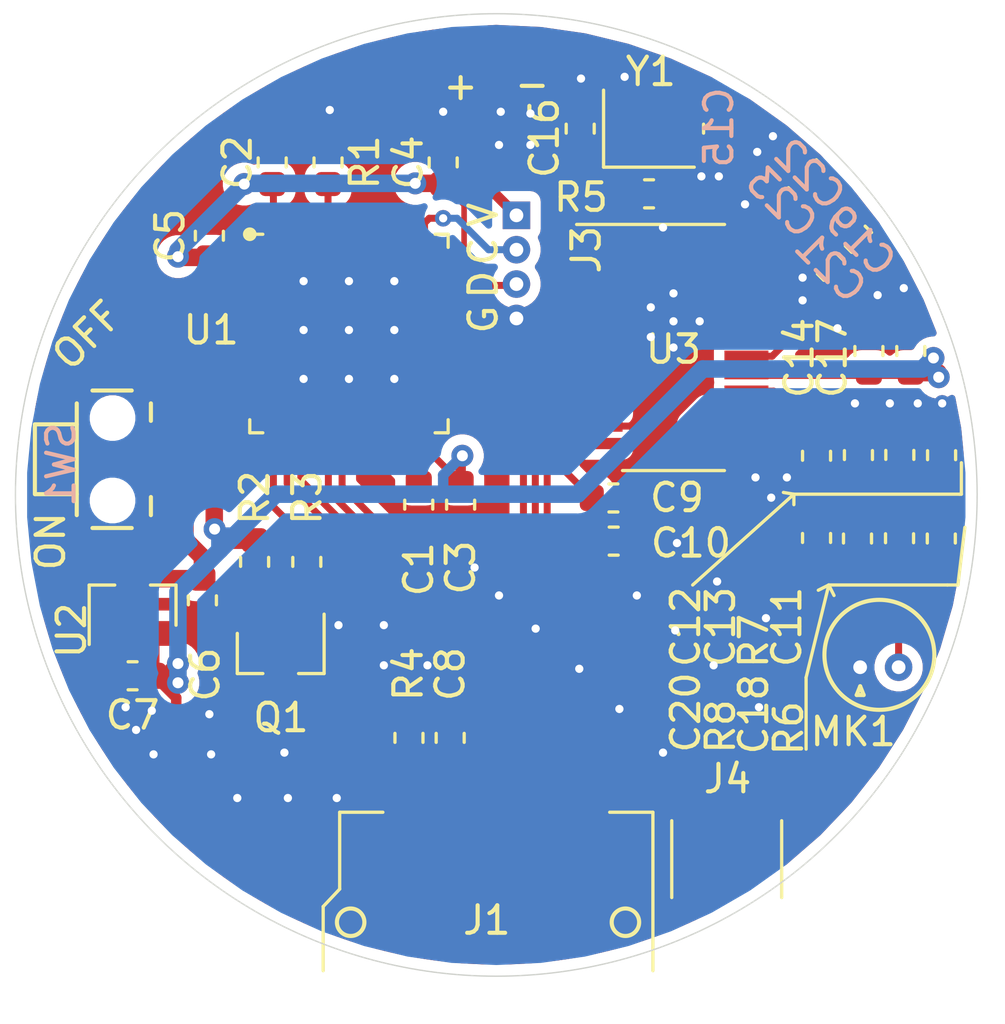
<source format=kicad_pcb>
(kicad_pcb (version 20171130) (host pcbnew "(5.1.6)-1")
  (layers (0 F.Cu signal) (31 B.Cu signal) (34 B.Paste user) (35 F.Paste user) (36 B.SilkS user) (37 F.SilkS user) (38 B.Mask user) (39 F.Mask user) (44 Edge.Cuts user))
  (net 0 "")
  (net 1 "Net-(C1-Pad2)")
  (net 2 Earth)
  (net 3 +3V3)
  (net 4 +5V)
  (net 5 "Net-(R1-Pad1)")
  (net 6 "Net-(U1-Pad46)")
  (net 7 "Net-(U1-Pad45)")
  (net 8 "Net-(U1-Pad43)")
  (net 9 "Net-(U1-Pad42)")
  (net 10 "Net-(U1-Pad41)")
  (net 11 "Net-(U1-Pad40)")
  (net 12 "Net-(U1-Pad39)")
  (net 13 "Net-(U1-Pad38)")
  (net 14 "Net-(U1-Pad33)")
  (net 15 "Net-(U1-Pad32)")
  (net 16 "Net-(U1-Pad31)")
  (net 17 /TX)
  (net 18 /RX)
  (net 19 "Net-(U1-Pad25)")
  (net 20 "Net-(U1-Pad21)")
  (net 21 "Net-(U1-Pad20)")
  (net 22 "Net-(U1-Pad19)")
  (net 23 /SDA)
  (net 24 "Net-(U1-Pad16)")
  (net 25 /SCL)
  (net 26 /BLK)
  (net 27 /DC)
  (net 28 /RES)
  (net 29 "Net-(U1-Pad10)")
  (net 30 "Net-(U1-Pad7)")
  (net 31 "Net-(U1-Pad6)")
  (net 32 "Net-(U1-Pad5)")
  (net 33 "Net-(U1-Pad4)")
  (net 34 "Net-(U1-Pad3)")
  (net 35 "Net-(U1-Pad2)")
  (net 36 /LEDK)
  (net 37 /SWDIO)
  (net 38 /SWCLK)
  (net 39 /LED_G)
  (net 40 /LED_R)
  (net 41 /LED_B)
  (net 42 "Net-(Q1-Pad3)")
  (net 43 "Net-(Q1-Pad2)")
  (net 44 "Net-(U1-Pad12)")
  (net 45 "Net-(U1-Pad11)")
  (net 46 "Net-(C10-Pad1)")
  (net 47 "Net-(C11-Pad1)")
  (net 48 /VMIC)
  (net 49 "Net-(C15-Pad2)")
  (net 50 "Net-(C16-Pad2)")
  (net 51 "Net-(C18-Pad2)")
  (net 52 "Net-(C19-Pad1)")
  (net 53 /MIC_IN)
  (net 54 "Net-(C22-Pad1)")
  (net 55 "Net-(J2-Pad2)")
  (net 56 "Net-(MK1-Pad2)")
  (net 57 "Net-(U3-Pad22)")
  (net 58 "Net-(U3-Pad21)")
  (net 59 "Net-(U3-Pad14)")
  (net 60 "Net-(U3-Pad13)")
  (net 61 "Net-(U3-Pad10)")
  (net 62 "Net-(U3-Pad9)")
  (net 63 "Net-(U3-Pad4)")
  (net 64 "Net-(U3-Pad3)")
  (net 65 "Net-(U3-Pad2)")
  (net 66 "Net-(U3-Pad1)")
  (net 67 "Net-(U3-Pad5)")
  (net 68 "Net-(U3-Pad6)")
  (net 69 "Net-(SW1-Pad3)")
  (module Capacitor_SMD:C_0603_1608Metric (layer F.Cu) (at 40.386 19.304 135)
    (fp_text reference C23 (at -0.044901 -0.044901 135) (layer B.SilkS) (effects (justify mirror)))
    (fp_text value 0.1uF)
    (pad 2 smd roundrect (at 0.7875 0 135) (size 0.875 0.95) (layers F.Cu F.Paste F.Mask) (net 2 Earth))
    (pad 1 smd roundrect (at -0.7875 0 135) (size 0.875 0.95) (layers F.Cu F.Paste F.Mask) (net 54 "Net-(C22-Pad1)"))
  )
  (module SamacSys_Parts:FPC-0.7x5-Handsoldering (layer F.Cu) (at 38.354 42.291)
    (fp_text reference J4 (at 0.0635 -1.9685) (layer F.SilkS))
    (fp_text value LED)
    (pad 4 smd roundrect (at 0.7265 0) (size 0.35 2.3) (layers F.Cu F.Paste F.Mask) (net 40 /LED_R))
    (pad 3 smd roundrect (at 0.0265 0) (size 0.35 2.3) (layers F.Cu F.Paste F.Mask) (net 39 /LED_G))
    (pad 2 smd roundrect (at -0.6735 0) (size 0.35 2.3) (layers F.Cu F.Paste F.Mask) (net 4 +5V))
    (pad 5 smd roundrect (at 1.4265 0) (size 0.35 2.3) (layers F.Cu F.Paste F.Mask) (net 41 /LED_B))
    (pad 1 smd roundrect (at -1.3735 0) (size 0.35 2.3) (layers F.Cu F.Paste F.Mask) (net 2 Earth))
  )
  (module SamacSys_Parts:FPC-0.7-Handsoldering-1.28-TFT (layer F.Cu) (at 30 42.3)
    (fp_text reference J1 (at -0.3455 3.166) (layer F.SilkS))
    (fp_text value Conn_01x12)
    (pad 12 smd roundrect (at 3.85 0) (size 0.35 2.3) (layers F.Cu F.Paste F.Mask) (net 2 Earth))
    (pad 11 smd roundrect (at 3.15 0) (size 0.35 2.3) (layers F.Cu F.Paste F.Mask) (net 28 /RES))
    (pad 10 smd roundrect (at 2.45 0) (size 0.35 2.3) (layers F.Cu F.Paste F.Mask) (net 23 /SDA))
    (pad 9 smd roundrect (at 1.75 0) (size 0.35 2.3) (layers F.Cu F.Paste F.Mask) (net 25 /SCL))
    (pad 8 smd roundrect (at 1.05 0) (size 0.35 2.3) (layers F.Cu F.Paste F.Mask) (net 2 Earth))
    (pad 1 smd roundrect (at -3.85 0) (size 0.35 2.3) (layers F.Cu F.Paste F.Mask) (net 2 Earth))
    (pad 2 smd roundrect (at -3.15 0) (size 0.35 2.3) (layers F.Cu F.Paste F.Mask) (net 36 /LEDK))
    (pad 3 smd roundrect (at -2.45 0) (size 0.35 2.3) (layers F.Cu F.Paste F.Mask) (net 3 +3V3))
    (pad 4 smd roundrect (at -1.75 0) (size 0.35 2.3) (layers F.Cu F.Paste F.Mask) (net 3 +3V3))
    (pad 5 smd roundrect (at -1.05 0) (size 0.35 2.3) (layers F.Cu F.Paste F.Mask) (net 2 Earth))
    (pad 7 smd roundrect (at 0.35 0) (size 0.35 2.3) (layers F.Cu F.Paste F.Mask) (net 27 /DC))
    (pad 6 smd roundrect (at -0.35 0) (size 0.35 2.3) (layers F.Cu F.Paste F.Mask) (net 2 Earth))
  )
  (module Crystal:Crystal_SMD_2520-4Pin_2.5x2.0mm (layer F.Cu) (at 35.554 16.68)
    (fp_text reference Y1 (at 0.0695 -2.075) (layer F.SilkS))
    (fp_text value 12MHz/12pF/10ppm)
    (pad 4 smd rect (at -0.875 -0.7) (size 1.15 1) (layers F.Cu F.Paste F.Mask) (net 2 Earth))
    (pad 3 smd rect (at 0.875 -0.7) (size 1.15 1) (layers F.Cu F.Paste F.Mask) (net 49 "Net-(C15-Pad2)"))
    (pad 2 smd rect (at 0.875 0.7) (size 1.15 1) (layers F.Cu F.Paste F.Mask) (net 2 Earth))
    (pad 1 smd rect (at -0.875 0.7) (size 1.15 1) (layers F.Cu F.Paste F.Mask) (net 50 "Net-(C16-Pad2)"))
  )
  (module Package_SO:QSOP-24_3.9x8.7mm_P0.635mm (layer F.Cu) (at 36.449 24.638)
    (fp_text reference U3 (at 0 0.0635) (layer F.SilkS))
    (fp_text value SNR8015VR)
    (pad 24 smd rect (at 2.6543 -3.4925) (size 1.6 0.41) (layers F.Cu F.Paste F.Mask) (net 49 "Net-(C15-Pad2)"))
    (pad 23 smd rect (at 2.6543 -2.8575) (size 1.6 0.41) (layers F.Cu F.Paste F.Mask) (net 50 "Net-(C16-Pad2)"))
    (pad 22 smd rect (at 2.6543 -2.2225) (size 1.6 0.41) (layers F.Cu F.Paste F.Mask) (net 57 "Net-(U3-Pad22)"))
    (pad 21 smd rect (at 2.6543 -1.5875) (size 1.6 0.41) (layers F.Cu F.Paste F.Mask) (net 58 "Net-(U3-Pad21)"))
    (pad 16 smd rect (at 2.6543 1.5875) (size 1.6 0.41) (layers F.Cu F.Paste F.Mask) (net 48 /VMIC))
    (pad 15 smd rect (at 2.6543 2.2225) (size 1.6 0.41) (layers F.Cu F.Paste F.Mask) (net 53 /MIC_IN))
    (pad 14 smd rect (at 2.6543 2.8575) (size 1.6 0.41) (layers F.Cu F.Paste F.Mask) (net 59 "Net-(U3-Pad14)"))
    (pad 13 smd rect (at 2.6543 3.4925) (size 1.6 0.41) (layers F.Cu F.Paste F.Mask) (net 60 "Net-(U3-Pad13)"))
    (pad 12 smd rect (at -2.6543 3.4925) (size 1.6 0.41) (layers F.Cu F.Paste F.Mask) (net 46 "Net-(C10-Pad1)"))
    (pad 11 smd rect (at -2.6543 2.8575) (size 1.6 0.41) (layers F.Cu F.Paste F.Mask) (net 2 Earth))
    (pad 10 smd rect (at -2.6543 2.2225) (size 1.6 0.41) (layers F.Cu F.Paste F.Mask) (net 61 "Net-(U3-Pad10)"))
    (pad 9 smd rect (at -2.6543 1.5875) (size 1.6 0.41) (layers F.Cu F.Paste F.Mask) (net 62 "Net-(U3-Pad9)"))
    (pad 4 smd rect (at -2.6543 -1.5875) (size 1.6 0.41) (layers F.Cu F.Paste F.Mask) (net 63 "Net-(U3-Pad4)"))
    (pad 3 smd rect (at -2.6543 -2.2225) (size 1.6 0.41) (layers F.Cu F.Paste F.Mask) (net 64 "Net-(U3-Pad3)"))
    (pad 2 smd rect (at -2.6543 -2.8575) (size 1.6 0.41) (layers F.Cu F.Paste F.Mask) (net 65 "Net-(U3-Pad2)"))
    (pad 1 smd rect (at -2.6543 -3.4925) (size 1.6 0.41) (layers F.Cu F.Paste F.Mask) (net 66 "Net-(U3-Pad1)"))
    (pad 5 smd rect (at -2.6543 -0.9525) (size 1.6 0.41) (layers F.Cu F.Paste F.Mask) (net 67 "Net-(U3-Pad5)"))
    (pad 6 smd rect (at -2.6543 -0.3175) (size 1.6 0.41) (layers F.Cu F.Paste F.Mask) (net 68 "Net-(U3-Pad6)"))
    (pad 19 smd rect (at 2.6543 -0.3175) (size 1.6 0.41) (layers F.Cu F.Paste F.Mask) (net 54 "Net-(C22-Pad1)"))
    (pad 20 smd rect (at 2.6543 -0.9525) (size 1.6 0.41) (layers F.Cu F.Paste F.Mask) (net 2 Earth))
    (pad 7 smd rect (at -2.6543 0.3175) (size 1.6 0.41) (layers F.Cu F.Paste F.Mask) (net 17 /TX))
    (pad 8 smd rect (at -2.6543 0.9525) (size 1.6 0.41) (layers F.Cu F.Paste F.Mask) (net 18 /RX))
    (pad 18 smd rect (at 2.6543 0.3175) (size 1.6 0.41) (layers F.Cu F.Paste F.Mask) (net 52 "Net-(C19-Pad1)"))
    (pad 17 smd rect (at 2.6543 0.9525) (size 1.6 0.41) (layers F.Cu F.Paste F.Mask) (net 3 +3V3))
  )
  (module SamacSys_Parts:MSKT-12C00-switch-smd (layer F.Cu) (at 17.78 28.702 270)
    (fp_text reference SW1 (at 0.1905 3.6195 90) (layer B.SilkS) (effects (justify mirror)))
    (fp_text value SW_SPDT)
    (pad "" np_thru_hole circle (at 1.5 1.7465) (size 0.9 0.9) (drill 0.9) (layers *.Cu *.Mask))
    (pad "" np_thru_hole circle (at -1.5 1.7465) (size 0.9 0.9) (drill 0.9) (layers *.Cu *.Mask))
    (pad 0 smd rect (at 2.667 2.921) (size 0.5 1) (layers F.Cu F.Paste F.Mask))
    (pad 0 smd rect (at -2.667 2.9215) (size 0.5 1) (layers F.Cu F.Paste F.Mask))
    (pad 0 smd rect (at 2.667 0.5715) (size 0.5 1) (layers F.Cu F.Paste F.Mask))
    (pad 0 smd rect (at -2.667 0.5715) (size 0.5 1) (layers F.Cu F.Paste F.Mask))
    (pad 3 smd rect (at -1 -0.1905 270) (size 0.5 1.3) (layers F.Cu F.Paste F.Mask) (net 69 "Net-(SW1-Pad3)"))
    (pad 1 smd rect (at 1 -0.1905 270) (size 0.5 1.3) (layers F.Cu F.Paste F.Mask) (net 4 +5V))
    (pad 2 smd rect (at 0 -0.1905 270) (size 0.5 1.3) (layers F.Cu F.Paste F.Mask) (net 55 "Net-(J2-Pad2)"))
  )
  (module Resistor_SMD:R_0603_1608Metric (layer F.Cu) (at 43.146 31.584 90)
    (fp_text reference R8 (at -6.8335 -4.9825 90) (layer F.SilkS))
    (fp_text value 220R)
    (pad 2 smd roundrect (at 0.7875 0 90) (size 0.875 0.95) (layers F.Cu F.Paste F.Mask) (net 51 "Net-(C18-Pad2)"))
    (pad 1 smd roundrect (at -0.7875 0 90) (size 0.875 0.95) (layers F.Cu F.Paste F.Mask) (net 56 "Net-(MK1-Pad2)"))
  )
  (module Resistor_SMD:R_0603_1608Metric (layer F.Cu) (at 44.686 28.544 90)
    (fp_text reference R7 (at -6.762 -5.316 90) (layer F.SilkS))
    (fp_text value 220R)
    (pad 2 smd roundrect (at 0.7875 0 90) (size 0.875 0.95) (layers F.Cu F.Paste F.Mask) (net 48 /VMIC))
    (pad 1 smd roundrect (at -0.7875 0 90) (size 0.875 0.95) (layers F.Cu F.Paste F.Mask) (net 47 "Net-(C11-Pad1)"))
  )
  (module Resistor_SMD:R_0603_1608Metric (layer F.Cu) (at 46.196 31.584 270)
    (fp_text reference R6 (at 6.897 5.556 90) (layer F.SilkS))
    (fp_text value 2.2K)
    (pad 2 smd roundrect (at 0.7875 0 270) (size 0.875 0.95) (layers F.Cu F.Paste F.Mask) (net 56 "Net-(MK1-Pad2)"))
    (pad 1 smd roundrect (at -0.7875 0 270) (size 0.875 0.95) (layers F.Cu F.Paste F.Mask) (net 47 "Net-(C11-Pad1)"))
  )
  (module Resistor_SMD:R_0603_1608Metric (layer F.Cu) (at 35.56 19.05)
    (fp_text reference R5 (at -2.4765 0.127) (layer F.SilkS))
    (fp_text value 82K)
    (pad 2 smd roundrect (at 0.7875 0) (size 0.875 0.95) (layers F.Cu F.Paste F.Mask) (net 49 "Net-(C15-Pad2)"))
    (pad 1 smd roundrect (at -0.7875 0) (size 0.875 0.95) (layers F.Cu F.Paste F.Mask) (net 50 "Net-(C16-Pad2)"))
  )
  (module SamacSys_Parts:Condenser-Microphone-4012 (layer F.Cu) (at 43.942 35.814)
    (fp_text reference MK1 (at -0.9525 2.794) (layer F.SilkS))
    (fp_text value Microphone)
    (pad 2 thru_hole circle (at 0.7 0.45) (size 1 1) (drill 0.5) (layers *.Cu *.Mask) (net 56 "Net-(MK1-Pad2)"))
    (pad 1 thru_hole circle (at -0.7 0.45) (size 1 1) (drill 0.5) (layers *.Cu *.Mask) (net 2 Earth))
  )
  (module Capacitor_SMD:C_0603_1608Metric (layer F.Cu) (at 41.402 18.288 135)
    (fp_text reference C22 (at -0.044901 -0.044901 135) (layer B.SilkS) (effects (justify mirror)))
    (fp_text value 4.7uF)
    (pad 2 smd roundrect (at 0.7875 0 135) (size 0.875 0.95) (layers F.Cu F.Paste F.Mask) (net 2 Earth))
    (pad 1 smd roundrect (at -0.7875 0 135) (size 0.875 0.95) (layers F.Cu F.Paste F.Mask) (net 54 "Net-(C22-Pad1)"))
  )
  (module Capacitor_SMD:C_0603_1608Metric (layer F.Cu) (at 42.164 21.717 135)
    (fp_text reference C21 (at 0 0 135) (layer B.SilkS) (effects (justify mirror)))
    (fp_text value 0.1uF)
    (pad 2 smd roundrect (at 0.7875 0 135) (size 0.875 0.95) (layers F.Cu F.Paste F.Mask) (net 2 Earth))
    (pad 1 smd roundrect (at -0.7875 0 135) (size 0.875 0.95) (layers F.Cu F.Paste F.Mask) (net 52 "Net-(C19-Pad1)"))
  )
  (module Capacitor_SMD:C_0603_1608Metric (layer F.Cu) (at 41.656 31.564 270)
    (fp_text reference C20 (at 6.3455 4.7625 90) (layer F.SilkS))
    (fp_text value 1uF)
    (pad 2 smd roundrect (at 0.7875 0 270) (size 0.875 0.95) (layers F.Cu F.Paste F.Mask) (net 51 "Net-(C18-Pad2)"))
    (pad 1 smd roundrect (at -0.7875 0 270) (size 0.875 0.95) (layers F.Cu F.Paste F.Mask) (net 53 /MIC_IN))
  )
  (module Capacitor_SMD:C_0603_1608Metric (layer F.Cu) (at 43.18 20.701 135)
    (fp_text reference C19 (at -0.089803 0 135) (layer B.SilkS) (effects (justify mirror)))
    (fp_text value 4.7uF)
    (pad 2 smd roundrect (at 0.7875 0 135) (size 0.875 0.95) (layers F.Cu F.Paste F.Mask) (net 2 Earth))
    (pad 1 smd roundrect (at -0.7875 0 135) (size 0.875 0.95) (layers F.Cu F.Paste F.Mask) (net 52 "Net-(C19-Pad1)"))
  )
  (module Capacitor_SMD:C_0603_1608Metric (layer F.Cu) (at 44.676 31.574 270)
    (fp_text reference C18 (at 6.399 5.306 90) (layer F.SilkS))
    (fp_text value 100pF)
    (pad 2 smd roundrect (at 0.7875 0 270) (size 0.875 0.95) (layers F.Cu F.Paste F.Mask) (net 51 "Net-(C18-Pad2)"))
    (pad 1 smd roundrect (at -0.7875 0 270) (size 0.875 0.95) (layers F.Cu F.Paste F.Mask) (net 2 Earth))
  )
  (module Capacitor_SMD:C_0603_1608Metric (layer F.Cu) (at 45.085 24.765 90)
    (fp_text reference C17 (at -0.254 -2.8575 270) (layer F.SilkS))
    (fp_text value 0.1uF)
    (pad 2 smd roundrect (at 0.7875 0 90) (size 0.875 0.95) (layers F.Cu F.Paste F.Mask) (net 2 Earth))
    (pad 1 smd roundrect (at -0.7875 0 90) (size 0.875 0.95) (layers F.Cu F.Paste F.Mask) (net 3 +3V3))
  )
  (module Capacitor_SMD:C_0603_1608Metric (layer F.Cu) (at 33.054 16.68 270)
    (fp_text reference C16 (at 0.338 1.304 90) (layer F.SilkS))
    (fp_text value 12pF)
    (pad 2 smd roundrect (at 0.7875 0 270) (size 0.875 0.95) (layers F.Cu F.Paste F.Mask) (net 50 "Net-(C16-Pad2)"))
    (pad 1 smd roundrect (at -0.7875 0 270) (size 0.875 0.95) (layers F.Cu F.Paste F.Mask) (net 2 Earth))
  )
  (module Capacitor_SMD:C_0603_1608Metric (layer F.Cu) (at 38.054 16.68 90)
    (fp_text reference C15 (at 0.043 0.046 90) (layer B.SilkS) (effects (justify mirror)))
    (fp_text value 12pF)
    (pad 2 smd roundrect (at 0.7875 0 90) (size 0.875 0.95) (layers F.Cu F.Paste F.Mask) (net 49 "Net-(C15-Pad2)"))
    (pad 1 smd roundrect (at -0.7875 0 90) (size 0.875 0.95) (layers F.Cu F.Paste F.Mask) (net 2 Earth))
  )
  (module Capacitor_SMD:C_0603_1608Metric (layer F.Cu) (at 43.561 24.765 90)
    (fp_text reference C14 (at -0.254 -2.54 90) (layer F.SilkS))
    (fp_text value 4.7uF)
    (pad 2 smd roundrect (at 0.7875 0 90) (size 0.875 0.95) (layers F.Cu F.Paste F.Mask) (net 2 Earth))
    (pad 1 smd roundrect (at -0.7875 0 90) (size 0.875 0.95) (layers F.Cu F.Paste F.Mask) (net 3 +3V3))
  )
  (module Capacitor_SMD:C_0603_1608Metric (layer F.Cu) (at 43.18 28.5495 270)
    (fp_text reference C13 (at 6.2485 5.0165 90) (layer F.SilkS))
    (fp_text value 0.1uF)
    (pad 2 smd roundrect (at 0.7875 0 270) (size 0.875 0.95) (layers F.Cu F.Paste F.Mask) (net 2 Earth))
    (pad 1 smd roundrect (at -0.7875 0 270) (size 0.875 0.95) (layers F.Cu F.Paste F.Mask) (net 48 /VMIC))
  )
  (module Capacitor_SMD:C_0603_1608Metric (layer F.Cu) (at 41.656 28.575 270)
    (fp_text reference C12 (at 6.223 4.7625 90) (layer F.SilkS))
    (fp_text value 1uF)
    (pad 2 smd roundrect (at 0.7875 0 270) (size 0.875 0.95) (layers F.Cu F.Paste F.Mask) (net 2 Earth))
    (pad 1 smd roundrect (at -0.7875 0 270) (size 0.875 0.95) (layers F.Cu F.Paste F.Mask) (net 48 /VMIC))
  )
  (module Capacitor_SMD:C_0603_1608Metric (layer F.Cu) (at 46.206 28.554 90)
    (fp_text reference C11 (at -6.244 -5.6295 90) (layer F.SilkS))
    (fp_text value 4.7uF)
    (pad 2 smd roundrect (at 0.7875 0 90) (size 0.875 0.95) (layers F.Cu F.Paste F.Mask) (net 2 Earth))
    (pad 1 smd roundrect (at -0.7875 0 90) (size 0.875 0.95) (layers F.Cu F.Paste F.Mask) (net 47 "Net-(C11-Pad1)"))
  )
  (module Capacitor_SMD:C_0603_1608Metric (layer F.Cu) (at 34.273 31.679)
    (fp_text reference C10 (at 2.811 0.071) (layer F.SilkS))
    (fp_text value 0.1uF)
    (pad 2 smd roundrect (at 0.7875 0) (size 0.875 0.95) (layers F.Cu F.Paste F.Mask) (net 2 Earth))
    (pad 1 smd roundrect (at -0.7875 0) (size 0.875 0.95) (layers F.Cu F.Paste F.Mask) (net 46 "Net-(C10-Pad1)"))
  )
  (module Capacitor_SMD:C_0603_1608Metric (layer F.Cu) (at 34.263 30.109)
    (fp_text reference C9 (at 2.313 -0.01) (layer F.SilkS))
    (fp_text value 4.7uF)
    (pad 2 smd roundrect (at 0.7875 0) (size 0.875 0.95) (layers F.Cu F.Paste F.Mask) (net 2 Earth))
    (pad 1 smd roundrect (at -0.7875 0) (size 0.875 0.95) (layers F.Cu F.Paste F.Mask) (net 46 "Net-(C10-Pad1)"))
  )
  (module Package_TO_SOT_SMD:SOT-23 (layer F.Cu) (at 16.764 34.036 90)
    (fp_text reference U2 (at -0.889 -2.2225 90) (layer F.SilkS))
    (fp_text value XC6206)
    (pad 3 smd rect (at 1 0 90) (size 0.9 0.8) (layers F.Cu F.Paste F.Mask) (net 4 +5V))
    (pad 2 smd rect (at -1 0.95 90) (size 0.9 0.8) (layers F.Cu F.Paste F.Mask) (net 3 +3V3))
    (pad 1 smd rect (at -1 -0.95 90) (size 0.9 0.8) (layers F.Cu F.Paste F.Mask) (net 2 Earth))
  )
  (module Package_DFN_QFN:QFN-48-1EP_7x7mm_P0.5mm_EP5.6x5.6mm (layer F.Cu) (at 24.638 24.13)
    (fp_text reference U1 (at -5.0165 -0.127) (layer F.SilkS))
    (fp_text value STM32F401CCUx)
    (pad 49 smd rect (at 0 0) (size 5.6 5.6) (layers F.Cu F.Mask) (net 2 Earth))
    (pad 48 smd roundrect (at -2.75 -3.4375) (size 0.25 0.875) (layers F.Cu F.Paste F.Mask) (net 3 +3V3))
    (pad 47 smd roundrect (at -2.25 -3.4375) (size 0.25 0.875) (layers F.Cu F.Paste F.Mask) (net 2 Earth))
    (pad 46 smd roundrect (at -1.75 -3.4375) (size 0.25 0.875) (layers F.Cu F.Paste F.Mask) (net 6 "Net-(U1-Pad46)"))
    (pad 45 smd roundrect (at -1.25 -3.4375) (size 0.25 0.875) (layers F.Cu F.Paste F.Mask) (net 7 "Net-(U1-Pad45)"))
    (pad 44 smd roundrect (at -0.75 -3.4375) (size 0.25 0.875) (layers F.Cu F.Paste F.Mask) (net 5 "Net-(R1-Pad1)"))
    (pad 43 smd roundrect (at -0.25 -3.4375) (size 0.25 0.875) (layers F.Cu F.Paste F.Mask) (net 8 "Net-(U1-Pad43)"))
    (pad 42 smd roundrect (at 0.25 -3.4375) (size 0.25 0.875) (layers F.Cu F.Paste F.Mask) (net 9 "Net-(U1-Pad42)"))
    (pad 41 smd roundrect (at 0.75 -3.4375) (size 0.25 0.875) (layers F.Cu F.Paste F.Mask) (net 10 "Net-(U1-Pad41)"))
    (pad 40 smd roundrect (at 1.25 -3.4375) (size 0.25 0.875) (layers F.Cu F.Paste F.Mask) (net 11 "Net-(U1-Pad40)"))
    (pad 39 smd roundrect (at 1.75 -3.4375) (size 0.25 0.875) (layers F.Cu F.Paste F.Mask) (net 12 "Net-(U1-Pad39)"))
    (pad 38 smd roundrect (at 2.25 -3.4375) (size 0.25 0.875) (layers F.Cu F.Paste F.Mask) (net 13 "Net-(U1-Pad38)"))
    (pad 37 smd roundrect (at 2.75 -3.4375) (size 0.25 0.875) (layers F.Cu F.Paste F.Mask) (net 38 /SWCLK))
    (pad 36 smd roundrect (at 3.4375 -2.75) (size 0.875 0.25) (layers F.Cu F.Paste F.Mask) (net 3 +3V3))
    (pad 35 smd roundrect (at 3.4375 -2.25) (size 0.875 0.25) (layers F.Cu F.Paste F.Mask) (net 2 Earth))
    (pad 34 smd roundrect (at 3.4375 -1.75) (size 0.875 0.25) (layers F.Cu F.Paste F.Mask) (net 37 /SWDIO))
    (pad 33 smd roundrect (at 3.4375 -1.25) (size 0.875 0.25) (layers F.Cu F.Paste F.Mask) (net 14 "Net-(U1-Pad33)"))
    (pad 32 smd roundrect (at 3.4375 -0.75) (size 0.875 0.25) (layers F.Cu F.Paste F.Mask) (net 15 "Net-(U1-Pad32)"))
    (pad 31 smd roundrect (at 3.4375 -0.25) (size 0.875 0.25) (layers F.Cu F.Paste F.Mask) (net 16 "Net-(U1-Pad31)"))
    (pad 30 smd roundrect (at 3.4375 0.25) (size 0.875 0.25) (layers F.Cu F.Paste F.Mask) (net 17 /TX))
    (pad 29 smd roundrect (at 3.4375 0.75) (size 0.875 0.25) (layers F.Cu F.Paste F.Mask) (net 18 /RX))
    (pad 28 smd roundrect (at 3.4375 1.25) (size 0.875 0.25) (layers F.Cu F.Paste F.Mask) (net 41 /LED_B))
    (pad 27 smd roundrect (at 3.4375 1.75) (size 0.875 0.25) (layers F.Cu F.Paste F.Mask) (net 40 /LED_R))
    (pad 26 smd roundrect (at 3.4375 2.25) (size 0.875 0.25) (layers F.Cu F.Paste F.Mask) (net 39 /LED_G))
    (pad 25 smd roundrect (at 3.4375 2.75) (size 0.875 0.25) (layers F.Cu F.Paste F.Mask) (net 19 "Net-(U1-Pad25)"))
    (pad 24 smd roundrect (at 2.75 3.4375) (size 0.25 0.875) (layers F.Cu F.Paste F.Mask) (net 3 +3V3))
    (pad 23 smd roundrect (at 2.25 3.4375) (size 0.25 0.875) (layers F.Cu F.Paste F.Mask) (net 2 Earth))
    (pad 22 smd roundrect (at 1.75 3.4375) (size 0.25 0.875) (layers F.Cu F.Paste F.Mask) (net 1 "Net-(C1-Pad2)"))
    (pad 21 smd roundrect (at 1.25 3.4375) (size 0.25 0.875) (layers F.Cu F.Paste F.Mask) (net 20 "Net-(U1-Pad21)"))
    (pad 20 smd roundrect (at 0.75 3.4375) (size 0.25 0.875) (layers F.Cu F.Paste F.Mask) (net 21 "Net-(U1-Pad20)"))
    (pad 19 smd roundrect (at 0.25 3.4375) (size 0.25 0.875) (layers F.Cu F.Paste F.Mask) (net 22 "Net-(U1-Pad19)"))
    (pad 18 smd roundrect (at -0.25 3.4375) (size 0.25 0.875) (layers F.Cu F.Paste F.Mask) (net 28 /RES))
    (pad 17 smd roundrect (at -0.75 3.4375) (size 0.25 0.875) (layers F.Cu F.Paste F.Mask) (net 23 /SDA))
    (pad 16 smd roundrect (at -1.25 3.4375) (size 0.25 0.875) (layers F.Cu F.Paste F.Mask) (net 24 "Net-(U1-Pad16)"))
    (pad 15 smd roundrect (at -1.75 3.4375) (size 0.25 0.875) (layers F.Cu F.Paste F.Mask) (net 25 /SCL))
    (pad 14 smd roundrect (at -2.25 3.4375) (size 0.25 0.875) (layers F.Cu F.Paste F.Mask) (net 27 /DC))
    (pad 13 smd roundrect (at -2.75 3.4375) (size 0.25 0.875) (layers F.Cu F.Paste F.Mask) (net 26 /BLK))
    (pad 12 smd roundrect (at -3.4375 2.75) (size 0.875 0.25) (layers F.Cu F.Paste F.Mask) (net 44 "Net-(U1-Pad12)"))
    (pad 11 smd roundrect (at -3.4375 2.25) (size 0.875 0.25) (layers F.Cu F.Paste F.Mask) (net 45 "Net-(U1-Pad11)"))
    (pad 10 smd roundrect (at -3.4375 1.75) (size 0.875 0.25) (layers F.Cu F.Paste F.Mask) (net 29 "Net-(U1-Pad10)"))
    (pad 9 smd roundrect (at -3.4375 1.25) (size 0.875 0.25) (layers F.Cu F.Paste F.Mask) (net 3 +3V3))
    (pad 8 smd roundrect (at -3.4375 0.75) (size 0.875 0.25) (layers F.Cu F.Paste F.Mask) (net 2 Earth))
    (pad 7 smd roundrect (at -3.4375 0.25) (size 0.875 0.25) (layers F.Cu F.Paste F.Mask) (net 30 "Net-(U1-Pad7)"))
    (pad 6 smd roundrect (at -3.4375 -0.25) (size 0.875 0.25) (layers F.Cu F.Paste F.Mask) (net 31 "Net-(U1-Pad6)"))
    (pad 5 smd roundrect (at -3.4375 -0.75) (size 0.875 0.25) (layers F.Cu F.Paste F.Mask) (net 32 "Net-(U1-Pad5)"))
    (pad 4 smd roundrect (at -3.4375 -1.25) (size 0.875 0.25) (layers F.Cu F.Paste F.Mask) (net 33 "Net-(U1-Pad4)"))
    (pad 3 smd roundrect (at -3.4375 -1.75) (size 0.875 0.25) (layers F.Cu F.Paste F.Mask) (net 34 "Net-(U1-Pad3)"))
    (pad 2 smd roundrect (at -3.4375 -2.25) (size 0.875 0.25) (layers F.Cu F.Paste F.Mask) (net 35 "Net-(U1-Pad2)"))
    (pad 1 smd roundrect (at -3.4375 -2.75) (size 0.875 0.25) (layers F.Cu F.Paste F.Mask) (net 3 +3V3))
  )
  (module Resistor_SMD:R_0603_1608Metric (layer F.Cu) (at 26.822 38.833 90)
    (fp_text reference R4 (at 2.3205 -0.025 90) (layer F.SilkS))
    (fp_text value 10R)
    (pad 2 smd roundrect (at 0.7875 0 90) (size 0.875 0.95) (layers F.Cu F.Paste F.Mask) (net 42 "Net-(Q1-Pad3)"))
    (pad 1 smd roundrect (at -0.7875 0 90) (size 0.875 0.95) (layers F.Cu F.Paste F.Mask) (net 36 /LEDK))
  )
  (module Resistor_SMD:R_0603_1608Metric (layer F.Cu) (at 21.204 32.434 270)
    (fp_text reference R3 (at -2.335 -1.91 90) (layer F.SilkS))
    (fp_text value 10K)
    (pad 2 smd roundrect (at 0.7875 0 270) (size 0.875 0.95) (layers F.Cu F.Paste F.Mask) (net 43 "Net-(Q1-Pad2)"))
    (pad 1 smd roundrect (at -0.7875 0 270) (size 0.875 0.95) (layers F.Cu F.Paste F.Mask) (net 3 +3V3))
  )
  (module Resistor_SMD:R_0603_1608Metric (layer F.Cu) (at 23.104 32.434 90)
    (fp_text reference R2 (at 2.335 -1.895 90) (layer F.SilkS))
    (fp_text value 1K)
    (pad 2 smd roundrect (at 0.7875 0 90) (size 0.875 0.95) (layers F.Cu F.Paste F.Mask) (net 26 /BLK))
    (pad 1 smd roundrect (at -0.7875 0 90) (size 0.875 0.95) (layers F.Cu F.Paste F.Mask) (net 43 "Net-(Q1-Pad2)"))
  )
  (module Resistor_SMD:R_0603_1608Metric (layer F.Cu) (at 23.876 17.907 90)
    (fp_text reference R1 (at 0 1.3335 90) (layer F.SilkS))
    (fp_text value 100K)
    (pad 2 smd roundrect (at 0.7875 0 90) (size 0.875 0.95) (layers F.Cu F.Paste F.Mask) (net 2 Earth))
    (pad 1 smd roundrect (at -0.7875 0 90) (size 0.875 0.95) (layers F.Cu F.Paste F.Mask) (net 5 "Net-(R1-Pad1)"))
  )
  (module Package_TO_SOT_SMD:SOT-23 (layer F.Cu) (at 22.154 35.734 270)
    (fp_text reference Q1 (at 2.366 -0.0075 180) (layer F.SilkS))
    (fp_text value S8050)
    (pad 3 smd rect (at 1 0 270) (size 0.9 0.8) (layers F.Cu F.Paste F.Mask) (net 42 "Net-(Q1-Pad3)"))
    (pad 2 smd rect (at -1 0.95 270) (size 0.9 0.8) (layers F.Cu F.Paste F.Mask) (net 43 "Net-(Q1-Pad2)"))
    (pad 1 smd rect (at -1 -0.95 270) (size 0.9 0.8) (layers F.Cu F.Paste F.Mask) (net 2 Earth))
  )
  (module SamacSys_Parts:Con-1x4-P1.25mm (layer F.Cu) (at 30.734 21.082 270)
    (fp_text reference J3 (at 0 -2.54 90) (layer F.SilkS))
    (fp_text value SWD)
    (pad 4 thru_hole oval (at 2.5 0 270) (size 1 1) (drill 0.5) (layers *.Cu *.Mask) (net 2 Earth))
    (pad 3 thru_hole oval (at 1.25 0 270) (size 1 1) (drill 0.5) (layers *.Cu *.Mask) (net 37 /SWDIO))
    (pad 2 thru_hole oval (at 0 0 270) (size 1 1) (drill 0.5) (layers *.Cu *.Mask) (net 38 /SWCLK))
    (pad 1 thru_hole rect (at -1.25 0 270) (size 1 1) (drill 0.5) (layers *.Cu *.Mask) (net 3 +3V3))
  )
  (module SamacSys_Parts:Speaker (layer F.Cu) (at 30 13.8 180)
    (fp_text reference J2 hide)
    (fp_text value battery)
    (pad 2 smd circle (at 1.3 0 180) (size 1.524 1.524) (layers F.Cu F.Paste F.Mask) (net 55 "Net-(J2-Pad2)"))
    (pad 1 smd circle (at -1.3 0 180) (size 1.524 1.524) (layers F.Cu F.Paste F.Mask) (net 2 Earth))
  )
  (module Capacitor_SMD:C_0603_1608Metric (layer F.Cu) (at 28.322 38.833 90)
    (fp_text reference C8 (at 2.3205 -0.001 90) (layer F.SilkS))
    (fp_text value 0.1uF)
    (pad 2 smd roundrect (at 0.7875 0 90) (size 0.875 0.95) (layers F.Cu F.Paste F.Mask) (net 2 Earth))
    (pad 1 smd roundrect (at -0.7875 0 90) (size 0.875 0.95) (layers F.Cu F.Paste F.Mask) (net 3 +3V3))
  )
  (module Capacitor_SMD:C_0603_1608Metric (layer F.Cu) (at 16.764 36.576 180)
    (fp_text reference C7 (at 0 -1.43) (layer F.SilkS))
    (fp_text value 1uF)
    (pad 2 smd roundrect (at 0.7875 0 180) (size 0.875 0.95) (layers F.Cu F.Paste F.Mask) (net 2 Earth))
    (pad 1 smd roundrect (at -0.7875 0 180) (size 0.875 0.95) (layers F.Cu F.Paste F.Mask) (net 3 +3V3))
  )
  (module Capacitor_SMD:C_0603_1608Metric (layer F.Cu) (at 19.304 33.831962 270)
    (fp_text reference C6 (at 2.7 -0.1 90) (layer F.SilkS))
    (fp_text value 1uF)
    (pad 2 smd roundrect (at 0.7875 0 270) (size 0.875 0.95) (layers F.Cu F.Paste F.Mask) (net 2 Earth))
    (pad 1 smd roundrect (at -0.7875 0 270) (size 0.875 0.95) (layers F.Cu F.Paste F.Mask) (net 4 +5V))
  )
  (module Capacitor_SMD:C_0603_1608Metric (layer F.Cu) (at 19.558 20.574 90)
    (fp_text reference C5 (at 0 -1.43 90) (layer F.SilkS))
    (fp_text value 1uF)
    (pad 2 smd roundrect (at 0.7875 0 90) (size 0.875 0.95) (layers F.Cu F.Paste F.Mask) (net 2 Earth))
    (pad 1 smd roundrect (at -0.7875 0 90) (size 0.875 0.95) (layers F.Cu F.Paste F.Mask) (net 3 +3V3))
  )
  (module Capacitor_SMD:C_0603_1608Metric (layer F.Cu) (at 28.067 17.907 90)
    (fp_text reference C4 (at 0 -1.27 90) (layer F.SilkS))
    (fp_text value 1uF)
    (pad 2 smd roundrect (at 0.7875 0 90) (size 0.875 0.95) (layers F.Cu F.Paste F.Mask) (net 2 Earth))
    (pad 1 smd roundrect (at -0.7875 0 90) (size 0.875 0.95) (layers F.Cu F.Paste F.Mask) (net 3 +3V3))
  )
  (module Capacitor_SMD:C_0603_1608Metric (layer F.Cu) (at 28.702 30.353 270)
    (fp_text reference C3 (at 2.286 0 90) (layer F.SilkS))
    (fp_text value 1uF)
    (pad 2 smd roundrect (at 0.7875 0 270) (size 0.875 0.95) (layers F.Cu F.Paste F.Mask) (net 2 Earth))
    (pad 1 smd roundrect (at -0.7875 0 270) (size 0.875 0.95) (layers F.Cu F.Paste F.Mask) (net 3 +3V3))
  )
  (module Capacitor_SMD:C_0603_1608Metric (layer F.Cu) (at 21.844 17.907 90)
    (fp_text reference C2 (at 0 -1.27 90) (layer F.SilkS))
    (fp_text value 1uF)
    (pad 2 smd roundrect (at 0.7875 0 90) (size 0.875 0.95) (layers F.Cu F.Paste F.Mask) (net 2 Earth))
    (pad 1 smd roundrect (at -0.7875 0 90) (size 0.875 0.95) (layers F.Cu F.Paste F.Mask) (net 3 +3V3))
  )
  (module Capacitor_SMD:C_0603_1608Metric (layer F.Cu) (at 27.178 30.353 90)
    (fp_text reference C1 (at -2.3495 0 90) (layer F.SilkS))
    (fp_text value 2.2uF)
    (pad 2 smd roundrect (at 0.7875 0 90) (size 0.875 0.95) (layers F.Cu F.Paste F.Mask) (net 1 "Net-(C1-Pad2)"))
    (pad 1 smd roundrect (at -0.7875 0 90) (size 0.875 0.95) (layers F.Cu F.Paste F.Mask) (net 2 Earth))
  )
  (gr_text - (at 31.3055 15.0495) (layer F.SilkS) (effects (font (size 1 1))))
  (gr_text + (at 28.702 15.113) (layer F.SilkS) (effects (font (size 1 1))))
  (gr_text G (at 29.5275 23.622 90) (layer F.SilkS) (effects (font (size 1 1))))
  (gr_text V (at 29.5275 19.812 90) (layer F.SilkS) (effects (font (size 1 1))))
  (gr_text C (at 29.5275 21.1455 90) (layer F.SilkS) (effects (font (size 1 1))))
  (gr_text D (at 29.5275 22.352 90) (layer F.SilkS) (effects (font (size 1 1))))
  (gr_circle (center 21.028 20.52) (end 21.082 20.701) (layer F.SilkS) (width 0.12))
  (gr_circle (center 21.028 20.52) (end 21.082 20.574) (layer F.SilkS) (width 0.12))
  (gr_line (start 46.7995 33.274) (end 47.0535 31.1785) (layer F.SilkS) (width 0.12))
  (gr_line (start 46.4185 33.274) (end 46.7995 33.274) (layer F.SilkS) (width 0.12))
  (gr_line (start 46.9265 29.972) (end 46.9265 28.829) (layer F.SilkS) (width 0.12))
  (gr_line (start 46.863 29.972) (end 46.9265 29.972) (layer F.SilkS) (width 0.12))
  (gr_line (start 40.8305 29.972) (end 46.863 29.972) (layer F.SilkS) (width 0.12))
  (gr_line (start 40.8305 29.972) (end 40.8305 30.353) (layer F.SilkS) (width 0.12))
  (gr_line (start 40.8305 29.972) (end 40.4495 29.9085) (layer F.SilkS) (width 0.12))
  (gr_line (start 42.291 33.655) (end 42.1005 33.274) (layer F.SilkS) (width 0.12))
  (gr_line (start 41.7195 33.4645) (end 42.1005 33.274) (layer F.SilkS) (width 0.12))
  (gr_line (start 41.275 36.6395) (end 42.1005 33.274) (layer F.SilkS) (width 0.12))
  (gr_line (start 41.275 39.243) (end 41.275 36.6395) (layer F.SilkS) (width 0.12))
  (gr_line (start 40.8305 29.972) (end 37.1475 33.274) (layer F.SilkS) (width 0.12))
  (gr_line (start 46.4185 33.274) (end 42.1005 33.274) (layer F.SilkS) (width 0.12))
  (gr_text OFF (at 15.113 24.1935 45) (layer F.SilkS) (effects (font (size 1 1))))
  (gr_text ON (at 13.7795 31.6865 90) (layer F.SilkS) (effects (font (size 1 1))))
  (gr_circle (center 30 30) (end 47.5 30) (layer Edge.Cuts) (width 0.05))
  (via (at 23.9395 16.002) (size 0.6) (drill 0.3) (layers F.Cu B.Cu) (net 2))
  (via (at 33.0835 14.859) (size 0.6) (drill 0.3) (layers F.Cu B.Cu) (net 2))
  (via (at 41.148 22.9235) (size 0.6) (drill 0.3) (layers F.Cu B.Cu) (net 2))
  (via (at 41.148 22.098) (size 0.6) (drill 0.3) (layers F.Cu B.Cu) (net 2))
  (via (at 45.339 26.67) (size 0.6) (drill 0.3) (layers F.Cu B.Cu) (net 2))
  (via (at 46.228 26.67) (size 0.6) (drill 0.3) (layers F.Cu B.Cu) (net 2))
  (via (at 28.7655 28.575) (size 0.8) (drill 0.4) (layers F.Cu B.Cu) (net 3))
  (segment (start 26.388 28.7755) (end 27.178 29.5655) (width 0.254) (layer F.Cu) (net 1))
  (segment (start 26.388 27.5675) (end 26.388 28.7755) (width 0.254) (layer F.Cu) (net 1))
  (via (at 27.051 18.669) (size 0.8) (drill 0.4) (layers F.Cu B.Cu) (net 3))
  (via (at 26.289 25.781) (size 0.6) (drill 0.3) (layers F.Cu B.Cu) (net 2))
  (via (at 24.638 25.781) (size 0.6) (drill 0.3) (layers F.Cu B.Cu) (net 2))
  (via (at 22.987 25.781) (size 0.6) (drill 0.3) (layers F.Cu B.Cu) (net 2))
  (via (at 22.987 22.225) (size 0.6) (drill 0.3) (layers F.Cu B.Cu) (net 2))
  (via (at 24.638 22.225) (size 0.6) (drill 0.3) (layers F.Cu B.Cu) (net 2))
  (via (at 26.289 24.003) (size 0.6) (drill 0.3) (layers F.Cu B.Cu) (net 2))
  (via (at 24.638 24.003) (size 0.6) (drill 0.3) (layers F.Cu B.Cu) (net 2))
  (via (at 22.987 24.003) (size 0.6) (drill 0.3) (layers F.Cu B.Cu) (net 2))
  (via (at 38.1 18.415) (size 0.6) (drill 0.3) (layers F.Cu B.Cu) (net 2))
  (via (at 37.465 18.415) (size 0.6) (drill 0.3) (layers F.Cu B.Cu) (net 2))
  (segment (start 29.125 38.8485) (end 28.322 38.0455) (width 0.254) (layer F.Cu) (net 2))
  (segment (start 29.125 39.666) (end 29.125 38.8485) (width 0.254) (layer F.Cu) (net 2))
  (segment (start 29.10181 39.68919) (end 29.125 39.666) (width 0.254) (layer F.Cu) (net 2))
  (segment (start 29.10181 40.36719) (end 29.10181 39.68919) (width 0.254) (layer F.Cu) (net 2))
  (segment (start 28.956 40.513) (end 29.10181 40.36719) (width 0.254) (layer F.Cu) (net 2))
  (segment (start 28.95 42.3) (end 28.956 42.294) (width 0.254) (layer F.Cu) (net 2))
  (segment (start 28.956 42.294) (end 28.956 40.513) (width 0.254) (layer F.Cu) (net 2))
  (segment (start 29.125 40.301) (end 29.125 39.666) (width 0.254) (layer F.Cu) (net 2))
  (segment (start 29.65 42.3) (end 29.65 40.826) (width 0.254) (layer F.Cu) (net 2))
  (segment (start 29.65 40.826) (end 29.125 40.301) (width 0.254) (layer F.Cu) (net 2))
  (segment (start 29.65 42.3) (end 29.65 44.255) (width 0.254) (layer F.Cu) (net 2))
  (segment (start 29.65 44.255) (end 29.972 44.577) (width 0.254) (layer F.Cu) (net 2))
  (segment (start 29.972 44.577) (end 30.988 44.577) (width 0.254) (layer F.Cu) (net 2))
  (segment (start 31.05 44.515) (end 31.05 42.3) (width 0.254) (layer F.Cu) (net 2))
  (segment (start 30.988 44.577) (end 31.05 44.515) (width 0.254) (layer F.Cu) (net 2))
  (segment (start 33.85 42.3) (end 33.85 44.128) (width 0.254) (layer F.Cu) (net 2))
  (segment (start 33.401 44.577) (end 30.988 44.577) (width 0.254) (layer F.Cu) (net 2))
  (segment (start 33.85 44.128) (end 33.401 44.577) (width 0.254) (layer F.Cu) (net 2))
  (segment (start 43.1545 29.3625) (end 43.18 29.337) (width 0.254) (layer F.Cu) (net 2))
  (segment (start 41.656 29.3625) (end 41.656 29.3625) (width 0.254) (layer F.Cu) (net 2))
  (segment (start 44.6295 30.7865) (end 43.18 29.337) (width 0.254) (layer F.Cu) (net 2))
  (segment (start 44.676 30.7865) (end 44.6295 30.7865) (width 0.254) (layer F.Cu) (net 2))
  (segment (start 44.676 30.7865) (end 44.761 30.7865) (width 0.254) (layer F.Cu) (net 2))
  (via (at 36.068 20.273333) (size 0.6) (drill 0.3) (layers F.Cu B.Cu) (net 2))
  (segment (start 36.056994 18.161) (end 35.560666 18.657328) (width 0.2032) (layer F.Cu) (net 2))
  (segment (start 35.560666 18.657328) (end 35.560666 19.765999) (width 0.2032) (layer F.Cu) (net 2))
  (segment (start 37.465 18.415) (end 37.211 18.161) (width 0.2032) (layer F.Cu) (net 2))
  (segment (start 35.560666 19.765999) (end 36.068 20.273333) (width 0.2032) (layer F.Cu) (net 2))
  (segment (start 37.211 18.161) (end 36.056994 18.161) (width 0.2032) (layer F.Cu) (net 2))
  (segment (start 36.429 17.788994) (end 36.056994 18.161) (width 0.2032) (layer F.Cu) (net 2))
  (segment (start 36.429 17.38) (end 36.429 17.788994) (width 0.2032) (layer F.Cu) (net 2))
  (segment (start 37.465 18.415) (end 38.1 18.415) (width 0.2032) (layer F.Cu) (net 2))
  (segment (start 38.1 17.5135) (end 38.054 17.4675) (width 0.2032) (layer F.Cu) (net 2))
  (segment (start 38.1 18.415) (end 38.1 17.5135) (width 0.2032) (layer F.Cu) (net 2))
  (segment (start 33.1415 15.98) (end 33.054 15.8925) (width 0.2032) (layer F.Cu) (net 2))
  (segment (start 34.679 15.98) (end 33.1415 15.98) (width 0.2032) (layer F.Cu) (net 2))
  (segment (start 33.054 15.554) (end 31.51475 14.01475) (width 0.2032) (layer F.Cu) (net 2))
  (segment (start 33.054 15.8925) (end 33.054 15.554) (width 0.2032) (layer F.Cu) (net 2))
  (segment (start 26.888 21.88) (end 24.638 24.13) (width 0.2032) (layer F.Cu) (net 2))
  (segment (start 28.0755 21.88) (end 26.888 21.88) (width 0.2032) (layer F.Cu) (net 2))
  (segment (start 26.888 26.38) (end 24.638 24.13) (width 0.254) (layer F.Cu) (net 2))
  (segment (start 26.888 27.5675) (end 26.888 26.38) (width 0.254) (layer F.Cu) (net 2))
  (segment (start 23.888 24.88) (end 24.638 24.13) (width 0.254) (layer F.Cu) (net 2))
  (segment (start 21.2005 24.88) (end 23.888 24.88) (width 0.254) (layer F.Cu) (net 2))
  (via (at 26.289 22.225) (size 0.6) (drill 0.3) (layers F.Cu B.Cu) (net 2))
  (segment (start 22.388 21.88) (end 24.638 24.13) (width 0.254) (layer F.Cu) (net 2))
  (segment (start 22.388 20.6925) (end 22.388 21.88) (width 0.254) (layer F.Cu) (net 2))
  (segment (start 21.844 17.1195) (end 23.876 17.1195) (width 0.254) (layer F.Cu) (net 2))
  (segment (start 23.876 17.1195) (end 28.067 17.1195) (width 0.254) (layer F.Cu) (net 2))
  (segment (start 28.067 17.033) (end 28.067 17.1195) (width 0.254) (layer F.Cu) (net 2))
  (segment (start 31.3 13.8) (end 31.02725 14.07275) (width 0.254) (layer F.Cu) (net 2))
  (segment (start 15.814 36.5405) (end 15.8495 36.576) (width 0.254) (layer F.Cu) (net 2))
  (segment (start 15.814 35.036) (end 15.814 35.036) (width 0.254) (layer F.Cu) (net 2))
  (segment (start 23.104 34.734) (end 23.104 35.316) (width 0.254) (layer F.Cu) (net 2))
  (segment (start 23.104 35.316) (end 22.733 35.687) (width 0.254) (layer F.Cu) (net 2))
  (segment (start 20.371538 35.687) (end 19.304 34.619462) (width 0.254) (layer F.Cu) (net 2))
  (segment (start 22.733 35.687) (end 20.371538 35.687) (width 0.254) (layer F.Cu) (net 2))
  (segment (start 28.702 31.1405) (end 27.178 31.1405) (width 0.254) (layer F.Cu) (net 2))
  (segment (start 34.9885 27.4955) (end 35.306 27.813) (width 0.254) (layer F.Cu) (net 2))
  (segment (start 33.7947 27.4955) (end 34.9885 27.4955) (width 0.254) (layer F.Cu) (net 2))
  (segment (start 35.306 29.8535) (end 35.0505 30.109) (width 0.254) (layer F.Cu) (net 2))
  (segment (start 35.306 27.813) (end 35.306 29.8535) (width 0.254) (layer F.Cu) (net 2))
  (segment (start 35.0605 30.119) (end 35.0505 30.109) (width 0.254) (layer F.Cu) (net 2))
  (segment (start 35.0605 31.679) (end 35.0605 30.119) (width 0.254) (layer F.Cu) (net 2))
  (segment (start 21.844 17.1195) (end 20.9805 17.1195) (width 0.254) (layer F.Cu) (net 2))
  (segment (start 19.558 18.542) (end 19.558 19.7865) (width 0.254) (layer F.Cu) (net 2))
  (segment (start 20.9805 17.1195) (end 19.558 18.542) (width 0.254) (layer F.Cu) (net 2))
  (segment (start 39.829153 18.747153) (end 39.829153 18.747153) (width 0.254) (layer F.Cu) (net 2))
  (segment (start 41.607153 21.160153) (end 41.607153 21.160153) (width 0.254) (layer F.Cu) (net 2))
  (segment (start 43.561 23.9775) (end 45.085 23.9775) (width 0.254) (layer F.Cu) (net 2))
  (via (at 44.323 26.67) (size 0.6) (drill 0.3) (layers F.Cu B.Cu) (net 2))
  (via (at 43.053 26.67) (size 0.6) (drill 0.3) (layers F.Cu B.Cu) (net 2))
  (via (at 43.8785 22.733) (size 0.6) (drill 0.3) (layers F.Cu B.Cu) (net 2))
  (via (at 44.831 22.479) (size 0.6) (drill 0.3) (layers F.Cu B.Cu) (net 2))
  (via (at 42.418 23.9395) (size 0.6) (drill 0.3) (layers F.Cu B.Cu) (net 2))
  (segment (start 41.607153 21.160153) (end 42.623153 20.144153) (width 0.254) (layer F.Cu) (net 2))
  (segment (start 39.829153 18.747153) (end 40.845153 17.731153) (width 0.254) (layer F.Cu) (net 2))
  (via (at 39.0525 19.431) (size 0.6) (drill 0.3) (layers F.Cu B.Cu) (net 2))
  (segment (start 40.845153 17.731153) (end 40.845153 17.731153) (width 0.254) (layer F.Cu) (net 2))
  (via (at 40.0685 16.9545) (size 0.6) (drill 0.3) (layers F.Cu B.Cu) (net 2))
  (segment (start 39.829153 18.747153) (end 39.829153 18.747153) (width 0.254) (layer F.Cu) (net 2))
  (via (at 39.497 17.526) (size 0.6) (drill 0.3) (layers F.Cu B.Cu) (net 2))
  (segment (start 15.8495 36.576) (end 15.8495 36.576) (width 0.254) (layer F.Cu) (net 2))
  (via (at 16.891 38.5445) (size 0.6) (drill 0.3) (layers F.Cu B.Cu) (net 2))
  (segment (start 15.814 35.036) (end 15.814 36.5405) (width 0.254) (layer F.Cu) (net 2))
  (via (at 16.51 37.719) (size 0.6) (drill 0.3) (layers F.Cu B.Cu) (net 2))
  (via (at 17.4625 37.846) (size 0.6) (drill 0.3) (layers F.Cu B.Cu) (net 2))
  (via (at 17.526 39.4335) (size 0.6) (drill 0.3) (layers F.Cu B.Cu) (net 2))
  (via (at 19.558 37.973) (size 0.6) (drill 0.3) (layers F.Cu B.Cu) (net 2))
  (via (at 19.6215 39.4335) (size 0.6) (drill 0.3) (layers F.Cu B.Cu) (net 2))
  (via (at 20.574 41.021) (size 0.6) (drill 0.3) (layers F.Cu B.Cu) (net 2))
  (via (at 22.4155 41.021) (size 0.6) (drill 0.3) (layers F.Cu B.Cu) (net 2))
  (via (at 24.1935 41.021) (size 0.6) (drill 0.3) (layers F.Cu B.Cu) (net 2))
  (via (at 22.2885 39.37) (size 0.6) (drill 0.3) (layers F.Cu B.Cu) (net 2))
  (via (at 24.257 34.7345) (size 0.6) (drill 0.3) (layers F.Cu B.Cu) (net 2))
  (via (at 25.908 34.7345) (size 0.6) (drill 0.3) (layers F.Cu B.Cu) (net 2))
  (via (at 25.908 36.195) (size 0.6) (drill 0.3) (layers F.Cu B.Cu) (net 2))
  (via (at 27.4955 36.195) (size 0.6) (drill 0.3) (layers F.Cu B.Cu) (net 2))
  (via (at 29.21 32.639) (size 0.6) (drill 0.3) (layers F.Cu B.Cu) (net 2))
  (via (at 30.099 33.655) (size 0.6) (drill 0.3) (layers F.Cu B.Cu) (net 2))
  (via (at 31.4325 34.8615) (size 0.6) (drill 0.3) (layers F.Cu B.Cu) (net 2))
  (via (at 33.02 36.322) (size 0.6) (drill 0.3) (layers F.Cu B.Cu) (net 2))
  (via (at 35.1155 33.655) (size 0.6) (drill 0.3) (layers F.Cu B.Cu) (net 2))
  (via (at 36.5125 34.925) (size 0.6) (drill 0.3) (layers F.Cu B.Cu) (net 2))
  (via (at 37.9095 36.195) (size 0.6) (drill 0.3) (layers F.Cu B.Cu) (net 2))
  (via (at 39.5605 37.719) (size 0.6) (drill 0.3) (layers F.Cu B.Cu) (net 2))
  (via (at 34.4805 37.7825) (size 0.6) (drill 0.3) (layers F.Cu B.Cu) (net 2))
  (via (at 36.068 39.37) (size 0.6) (drill 0.3) (layers F.Cu B.Cu) (net 2))
  (segment (start 15.9765 37.1855) (end 16.51 37.719) (width 0.635) (layer F.Cu) (net 2))
  (segment (start 15.9765 36.576) (end 15.9765 37.1855) (width 0.635) (layer F.Cu) (net 2))
  (segment (start 16.51 38.1635) (end 16.891 38.5445) (width 0.635) (layer F.Cu) (net 2))
  (segment (start 16.51 37.719) (end 16.51 38.1635) (width 0.635) (layer F.Cu) (net 2))
  (segment (start 16.891 38.7985) (end 17.526 39.4335) (width 0.635) (layer F.Cu) (net 2))
  (segment (start 16.891 38.5445) (end 16.891 38.7985) (width 0.635) (layer F.Cu) (net 2))
  (segment (start 31.02725 14.07275) (end 30.90025 14.19975) (width 0.254) (layer F.Cu) (net 2))
  (via (at 28.067 16.0655) (size 0.6) (drill 0.3) (layers F.Cu B.Cu) (net 2))
  (segment (start 31.51475 14.01475) (end 31.3 13.8) (width 0.2032) (layer F.Cu) (net 2))
  (via (at 31.242 17.272) (size 0.6) (drill 0.3) (layers F.Cu B.Cu) (net 2))
  (segment (start 30.90025 14.19975) (end 28.067 17.033) (width 0.254) (layer F.Cu) (net 2))
  (via (at 31.242 16.129) (size 0.6) (drill 0.3) (layers F.Cu B.Cu) (net 2))
  (via (at 30.1625 16.0655) (size 0.6) (drill 0.3) (layers F.Cu B.Cu) (net 2))
  (via (at 30.099 17.272) (size 0.6) (drill 0.3) (layers F.Cu B.Cu) (net 2))
  (via (at 34.671 14.7955) (size 0.6) (drill 0.3) (layers F.Cu B.Cu) (net 2))
  (segment (start 39.145306 19.431) (end 39.829153 18.747153) (width 0.635) (layer F.Cu) (net 2))
  (segment (start 39.0525 19.431) (end 39.145306 19.431) (width 0.635) (layer F.Cu) (net 2))
  (segment (start 41.656 29.3625) (end 41.656 29.3625) (width 0.254) (layer F.Cu) (net 2))
  (via (at 40.5765 29.3625) (size 0.6) (drill 0.3) (layers F.Cu B.Cu) (net 2))
  (segment (start 41.656 29.3625) (end 41.656 29.3625) (width 0.254) (layer F.Cu) (net 2))
  (via (at 39.4335 29.3625) (size 0.6) (drill 0.3) (layers F.Cu B.Cu) (net 2))
  (segment (start 41.656 29.3625) (end 43.1545 29.3625) (width 0.254) (layer F.Cu) (net 2))
  (via (at 40.005 30.099) (size 0.6) (drill 0.3) (layers F.Cu B.Cu) (net 2))
  (segment (start 39.1033 23.6855) (end 37.4015 23.6855) (width 0.254) (layer F.Cu) (net 2))
  (segment (start 36.449 23.6855) (end 36.449 23.6855) (width 0.254) (layer F.Cu) (net 2))
  (via (at 36.449 23.6855) (size 0.6) (drill 0.3) (layers F.Cu B.Cu) (net 2))
  (via (at 36.449 22.6695) (size 0.6) (drill 0.3) (layers F.Cu B.Cu) (net 2))
  (via (at 36.449 24.638) (size 0.6) (drill 0.3) (layers F.Cu B.Cu) (net 2))
  (via (at 35.6235 23.1775) (size 0.6) (drill 0.3) (layers F.Cu B.Cu) (net 2))
  (via (at 35.6235 24.257) (size 0.6) (drill 0.3) (layers F.Cu B.Cu) (net 2))
  (via (at 36.576 31.75) (size 0.6) (drill 0.3) (layers F.Cu B.Cu) (net 2))
  (via (at 38.0365 33.147) (size 0.6) (drill 0.3) (layers F.Cu B.Cu) (net 2))
  (via (at 39.8145 34.4805) (size 0.6) (drill 0.3) (layers F.Cu B.Cu) (net 2))
  (segment (start 37.4015 23.6855) (end 36.449 23.6855) (width 0.254) (layer F.Cu) (net 2))
  (via (at 37.4015 23.6855) (size 0.6) (drill 0.3) (layers F.Cu B.Cu) (net 2))
  (segment (start 28.25 39.6925) (end 28.322 39.6205) (width 0.254) (layer F.Cu) (net 3))
  (segment (start 28.25 42.3) (end 28.25 39.6925) (width 0.254) (layer F.Cu) (net 3))
  (segment (start 27.55 40.3925) (end 28.322 39.6205) (width 0.254) (layer F.Cu) (net 3))
  (segment (start 27.55 42.3) (end 27.55 40.3925) (width 0.254) (layer F.Cu) (net 3))
  (segment (start 28.25 42.3) (end 28.25 44.013) (width 0.254) (layer F.Cu) (net 3))
  (segment (start 39.1413 25.5525) (end 39.1033 25.5905) (width 0.254) (layer F.Cu) (net 3))
  (segment (start 45.085 25.5525) (end 46.0755 25.5525) (width 0.635) (layer F.Cu) (net 3))
  (segment (start 28.658 21.38) (end 28.0755 21.38) (width 0.2032) (layer F.Cu) (net 3))
  (segment (start 28.829 21.209) (end 28.658 21.38) (width 0.2032) (layer F.Cu) (net 3))
  (segment (start 28.067 18.6945) (end 28.24475 18.87225) (width 0.2032) (layer F.Cu) (net 3))
  (segment (start 28.829 19.4565) (end 28.829 21.209) (width 0.2032) (layer F.Cu) (net 3))
  (segment (start 28.24475 18.87225) (end 28.829 19.4565) (width 0.2032) (layer F.Cu) (net 3))
  (segment (start 21.888 18.7385) (end 21.844 18.6945) (width 0.254) (layer F.Cu) (net 3))
  (segment (start 21.888 20.6925) (end 21.888 18.7385) (width 0.254) (layer F.Cu) (net 3))
  (segment (start 19.558 21.3615) (end 19.7865 21.3615) (width 0.254) (layer F.Cu) (net 3))
  (segment (start 19.558 21.336) (end 19.558 21.3615) (width 0.254) (layer F.Cu) (net 3))
  (segment (start 21.844 18.6945) (end 21.844 19.05) (width 0.254) (layer F.Cu) (net 3))
  (segment (start 21.844 18.6945) (end 21.844 18.6945) (width 0.254) (layer F.Cu) (net 3))
  (segment (start 19.7865 21.3615) (end 20.99331 21.3615) (width 0.254) (layer F.Cu) (net 3))
  (via (at 18.415 21.336) (size 0.8) (drill 0.4) (layers F.Cu B.Cu) (net 3))
  (segment (start 28.0415 18.669) (end 28.067 18.6945) (width 0.381) (layer F.Cu) (net 3))
  (segment (start 19.5325 21.336) (end 19.558 21.3615) (width 0.381) (layer F.Cu) (net 3))
  (segment (start 19.558 24.194456) (end 19.558 21.3615) (width 0.254) (layer F.Cu) (net 3))
  (segment (start 21.2005 25.38) (end 20.743544 25.38) (width 0.254) (layer F.Cu) (net 3))
  (segment (start 20.743544 25.38) (end 19.558 24.194456) (width 0.254) (layer F.Cu) (net 3))
  (via (at 19.7485 31.242) (size 0.8) (drill 0.4) (layers F.Cu B.Cu) (net 3))
  (segment (start 20.0895 31.6465) (end 19.939 31.496) (width 0.635) (layer F.Cu) (net 3))
  (segment (start 21.204 31.6465) (end 20.0895 31.6465) (width 0.635) (layer F.Cu) (net 3))
  (via (at 18.415 36.1315) (size 0.8) (drill 0.4) (layers F.Cu B.Cu) (net 3))
  (segment (start 18.415 36.703) (end 18.415 36.703) (width 0.635) (layer B.Cu) (net 3))
  (via (at 18.415 36.83) (size 0.8) (drill 0.4) (layers F.Cu B.Cu) (net 3))
  (segment (start 18.034 36.576) (end 18.415 36.195) (width 0.635) (layer F.Cu) (net 3))
  (segment (start 17.4245 36.576) (end 18.034 36.576) (width 0.635) (layer F.Cu) (net 3))
  (segment (start 18.161 36.576) (end 18.415 36.83) (width 0.635) (layer F.Cu) (net 3))
  (segment (start 17.4245 36.576) (end 18.161 36.576) (width 0.635) (layer F.Cu) (net 3))
  (segment (start 17.4245 35.3255) (end 17.714 35.036) (width 0.635) (layer F.Cu) (net 3))
  (segment (start 17.4245 36.576) (end 17.4245 35.3255) (width 0.635) (layer F.Cu) (net 3))
  (segment (start 27.388 28.2515) (end 28.702 29.5655) (width 0.254) (layer F.Cu) (net 3))
  (segment (start 27.388 27.5675) (end 27.388 28.2515) (width 0.254) (layer F.Cu) (net 3))
  (via (at 20.828 18.6945) (size 0.8) (drill 0.4) (layers F.Cu B.Cu) (net 3))
  (segment (start 20.8535 18.669) (end 20.828 18.6945) (width 0.635) (layer B.Cu) (net 3))
  (segment (start 27.051 18.669) (end 20.8535 18.669) (width 0.635) (layer B.Cu) (net 3))
  (segment (start 18.415 21.336) (end 18.415 21.1075) (width 0.635) (layer B.Cu) (net 3))
  (segment (start 18.415 21.1075) (end 20.828 18.6945) (width 0.635) (layer B.Cu) (net 3))
  (segment (start 20.828 18.6945) (end 21.844 18.6945) (width 0.381) (layer F.Cu) (net 3))
  (segment (start 28.702 28.6385) (end 28.7655 28.575) (width 0.381) (layer F.Cu) (net 3))
  (segment (start 28.702 29.5655) (end 28.702 28.6385) (width 0.381) (layer F.Cu) (net 3))
  (segment (start 27.6225 44.6405) (end 28.25 44.013) (width 0.381) (layer F.Cu) (net 3))
  (segment (start 18.3515 37.376) (end 18.3515 40.5765) (width 0.381) (layer F.Cu) (net 3))
  (segment (start 23.8125 44.6405) (end 27.6225 44.6405) (width 0.381) (layer F.Cu) (net 3))
  (segment (start 18.3515 40.5765) (end 20.3835 42.6085) (width 0.381) (layer F.Cu) (net 3))
  (segment (start 20.3835 42.6085) (end 21.7805 42.6085) (width 0.381) (layer F.Cu) (net 3))
  (segment (start 17.5515 36.576) (end 18.3515 37.376) (width 0.381) (layer F.Cu) (net 3))
  (segment (start 21.7805 42.6085) (end 23.8125 44.6405) (width 0.381) (layer F.Cu) (net 3))
  (segment (start 19.73581 31.29281) (end 19.939 31.496) (width 0.635) (layer F.Cu) (net 3))
  (segment (start 19.558 21.3615) (end 19.73581 21.53931) (width 0.635) (layer F.Cu) (net 3))
  (segment (start 19.73581 21.53931) (end 19.73581 31.29281) (width 0.635) (layer F.Cu) (net 3))
  (segment (start 18.4405 21.3615) (end 18.415 21.336) (width 0.635) (layer F.Cu) (net 3))
  (segment (start 19.558 21.3615) (end 18.4405 21.3615) (width 0.635) (layer F.Cu) (net 3))
  (segment (start 28.067 29.2735) (end 28.7655 28.575) (width 0.381) (layer B.Cu) (net 3))
  (segment (start 28.067 30.0355) (end 28.067 29.2735) (width 0.381) (layer B.Cu) (net 3))
  (segment (start 46.101 25.2095) (end 45.9105 25.019) (width 0.254) (layer F.Cu) (net 3))
  (via (at 45.9105 25.019) (size 0.8) (drill 0.4) (layers F.Cu B.Cu) (net 3))
  (segment (start 46.101 25.527) (end 46.101 25.2095) (width 0.254) (layer F.Cu) (net 3))
  (segment (start 46.0755 25.5525) (end 46.101 25.527) (width 0.254) (layer F.Cu) (net 3))
  (segment (start 46.0755 25.5525) (end 46.0755 25.5525) (width 0.635) (layer F.Cu) (net 3))
  (via (at 46.101 25.7175) (size 0.8) (drill 0.4) (layers F.Cu B.Cu) (net 3))
  (segment (start 45.047 25.5905) (end 45.085 25.5525) (width 0.381) (layer F.Cu) (net 3))
  (segment (start 39.1033 25.5905) (end 45.047 25.5905) (width 0.381) (layer F.Cu) (net 3))
  (segment (start 45.510501 25.418999) (end 45.9105 25.019) (width 0.635) (layer B.Cu) (net 3))
  (segment (start 19.939 31.496) (end 20.447 31.496) (width 0.635) (layer B.Cu) (net 3))
  (segment (start 20.447 31.496) (end 21.971 29.972) (width 0.635) (layer B.Cu) (net 3))
  (segment (start 37.509501 25.418999) (end 45.510501 25.418999) (width 0.635) (layer B.Cu) (net 3))
  (segment (start 32.9565 29.972) (end 37.509501 25.418999) (width 0.635) (layer B.Cu) (net 3))
  (segment (start 21.971 29.972) (end 32.9565 29.972) (width 0.635) (layer B.Cu) (net 3))
  (segment (start 18.415 36.195) (end 18.415 36.83) (width 0.635) (layer B.Cu) (net 3))
  (segment (start 18.415 33.528) (end 18.415 36.195) (width 0.635) (layer B.Cu) (net 3))
  (segment (start 19.939 31.496) (end 19.939 32.004) (width 0.635) (layer B.Cu) (net 3))
  (segment (start 19.939 32.004) (end 18.415 33.528) (width 0.635) (layer B.Cu) (net 3))
  (segment (start 19.939 32.004) (end 20.447 31.496) (width 0.635) (layer B.Cu) (net 3))
  (segment (start 29.5965 18.6945) (end 30.734 19.832) (width 0.381) (layer F.Cu) (net 3))
  (segment (start 28.067 18.6945) (end 29.5965 18.6945) (width 0.381) (layer F.Cu) (net 3))
  (segment (start 27.051 18.669) (end 28.0415 18.669) (width 0.635) (layer F.Cu) (net 3))
  (segment (start 16.772462 33.044462) (end 16.764 33.036) (width 0.635) (layer F.Cu) (net 4))
  (segment (start 19.304 33.044462) (end 16.772462 33.044462) (width 0.635) (layer F.Cu) (net 4))
  (segment (start 37.6805 42.291) (end 37.6805 44.7425) (width 0.381) (layer F.Cu) (net 4))
  (segment (start 37.6805 44.7425) (end 37.6805 44.9965) (width 0.381) (layer F.Cu) (net 4))
  (segment (start 15.713609 38.636413) (end 15.584811 38.419673) (width 0.762) (layer F.Cu) (net 4))
  (segment (start 15.845682 38.851207) (end 15.713609 38.636413) (width 0.762) (layer F.Cu) (net 4))
  (segment (start 15.980975 39.063968) (end 15.845682 38.851207) (width 0.762) (layer F.Cu) (net 4))
  (segment (start 16.119445 39.27463) (end 15.980975 39.063968) (width 0.762) (layer F.Cu) (net 4))
  (segment (start 16.261125 39.483241) (end 16.119445 39.27463) (width 0.762) (layer F.Cu) (net 4))
  (segment (start 16.405931 39.689677) (end 16.261125 39.483241) (width 0.762) (layer F.Cu) (net 4))
  (segment (start 26.743128 46.373189) (end 26.496273 46.322146) (width 0.762) (layer F.Cu) (net 4))
  (segment (start 27.23921 46.464099) (end 26.990801 46.420513) (width 0.762) (layer F.Cu) (net 4))
  (segment (start 20.310333 43.594076) (end 20.10615 43.446199) (width 0.762) (layer F.Cu) (net 4))
  (segment (start 27.488173 46.503916) (end 27.23921 46.464099) (width 0.762) (layer F.Cu) (net 4))
  (segment (start 16.553789 39.893835) (end 16.405931 39.689677) (width 0.762) (layer F.Cu) (net 4))
  (segment (start 28.238333 46.600755) (end 27.98774 46.572246) (width 0.762) (layer F.Cu) (net 4))
  (segment (start 28.489165 46.625459) (end 28.238333 46.600755) (width 0.762) (layer F.Cu) (net 4))
  (segment (start 26.990801 46.420513) (end 26.743128 46.373189) (width 0.762) (layer F.Cu) (net 4))
  (segment (start 21.798962 44.540685) (end 21.580362 44.415208) (width 0.762) (layer F.Cu) (net 4))
  (segment (start 28.7405 46.646386) (end 28.489165 46.625459) (width 0.762) (layer F.Cu) (net 4))
  (segment (start 29.243875 46.676834) (end 28.991976 46.663505) (width 0.762) (layer F.Cu) (net 4))
  (segment (start 29.495784 46.686351) (end 29.243875 46.676834) (width 0.762) (layer F.Cu) (net 4))
  (segment (start 29.747907 46.692063) (end 29.495784 46.686351) (width 0.762) (layer F.Cu) (net 4))
  (segment (start 29.999976 46.693967) (end 29.747907 46.692063) (width 0.762) (layer F.Cu) (net 4))
  (segment (start 17.17573 40.687687) (end 17.015781 40.492789) (width 0.762) (layer F.Cu) (net 4))
  (segment (start 30.5042 46.686351) (end 30.25206 46.692063) (width 0.762) (layer F.Cu) (net 4))
  (segment (start 36.851405 45.223232) (end 36.620727 45.324963) (width 0.762) (layer F.Cu) (net 4))
  (segment (start 30.756116 46.676834) (end 30.5042 46.686351) (width 0.762) (layer F.Cu) (net 4))
  (segment (start 31.007987 46.663508) (end 30.756116 46.676834) (width 0.762) (layer F.Cu) (net 4))
  (segment (start 31.510797 46.625463) (end 31.259456 46.64639) (width 0.762) (layer F.Cu) (net 4))
  (segment (start 30.25206 46.692063) (end 29.999976 46.693967) (width 0.762) (layer F.Cu) (net 4))
  (segment (start 17.844467 41.442533) (end 17.673 41.257604) (width 0.762) (layer F.Cu) (net 4))
  (segment (start 32.262273 46.539972) (end 32.012256 46.572246) (width 0.762) (layer F.Cu) (net 4))
  (segment (start 15.584811 38.419673) (end 15.459311 38.201033) (width 0.762) (layer F.Cu) (net 4))
  (segment (start 32.511775 46.503924) (end 32.262273 46.539972) (width 0.762) (layer F.Cu) (net 4))
  (segment (start 35.683339 45.696758) (end 35.445573 45.78082) (width 0.762) (layer F.Cu) (net 4))
  (segment (start 17.673 41.257604) (end 17.504417 41.070183) (width 0.762) (layer F.Cu) (net 4))
  (segment (start 35.919719 45.609147) (end 35.683339 45.696758) (width 0.762) (layer F.Cu) (net 4))
  (segment (start 18.018607 41.624749) (end 17.844467 41.442533) (width 0.762) (layer F.Cu) (net 4))
  (segment (start 36.15484 45.51794) (end 35.919719 45.609147) (width 0.762) (layer F.Cu) (net 4))
  (segment (start 20.10615 43.446199) (end 19.904148 43.295199) (width 0.762) (layer F.Cu) (net 4))
  (segment (start 36.620727 45.324963) (end 36.388484 45.423223) (width 0.762) (layer F.Cu) (net 4))
  (segment (start 17.015781 40.492789) (end 16.858795 40.295498) (width 0.762) (layer F.Cu) (net 4))
  (segment (start 37.080577 45.118002) (end 36.851405 45.223232) (width 0.762) (layer F.Cu) (net 4))
  (segment (start 33.749881 46.267358) (end 33.503703 46.322151) (width 0.762) (layer F.Cu) (net 4))
  (segment (start 34.725205 46.011277) (end 34.48288 46.080806) (width 0.762) (layer F.Cu) (net 4))
  (segment (start 31.761618 46.60076) (end 31.510797 46.625463) (width 0.762) (layer F.Cu) (net 4))
  (segment (start 37.6805 44.821743) (end 37.533914 44.89727) (width 0.762) (layer F.Cu) (net 4))
  (segment (start 34.239438 46.146693) (end 33.995068 46.208885) (width 0.762) (layer F.Cu) (net 4))
  (segment (start 28.991976 46.663505) (end 28.7405 46.646386) (width 0.762) (layer F.Cu) (net 4))
  (segment (start 31.259456 46.64639) (end 31.007987 46.663508) (width 0.762) (layer F.Cu) (net 4))
  (segment (start 37.6805 44.7425) (end 37.6805 44.821743) (width 0.762) (layer F.Cu) (net 4))
  (segment (start 27.98774 46.572246) (end 27.73771 46.539969) (width 0.762) (layer F.Cu) (net 4))
  (segment (start 37.533914 44.89727) (end 37.30806 45.009357) (width 0.762) (layer F.Cu) (net 4))
  (segment (start 27.73771 46.539969) (end 27.488173 46.503916) (width 0.762) (layer F.Cu) (net 4))
  (segment (start 36.388484 45.423223) (end 36.15484 45.51794) (width 0.762) (layer F.Cu) (net 4))
  (segment (start 32.012256 46.572246) (end 31.761618 46.60076) (width 0.762) (layer F.Cu) (net 4))
  (segment (start 22.019578 44.662926) (end 21.798962 44.540685) (width 0.762) (layer F.Cu) (net 4))
  (segment (start 35.445573 45.78082) (end 35.206673 45.861245) (width 0.762) (layer F.Cu) (net 4))
  (segment (start 33.009156 46.420521) (end 32.760776 46.464101) (width 0.762) (layer F.Cu) (net 4))
  (segment (start 35.206673 45.861245) (end 34.96648 45.938088) (width 0.762) (layer F.Cu) (net 4))
  (segment (start 33.503703 46.322151) (end 33.25684 46.373195) (width 0.762) (layer F.Cu) (net 4))
  (segment (start 34.96648 45.938088) (end 34.725205 46.011277) (width 0.762) (layer F.Cu) (net 4))
  (segment (start 34.48288 46.080806) (end 34.239438 46.146693) (width 0.762) (layer F.Cu) (net 4))
  (segment (start 33.995068 46.208885) (end 33.749881 46.267358) (width 0.762) (layer F.Cu) (net 4))
  (segment (start 33.25684 46.373195) (end 33.009156 46.420521) (width 0.762) (layer F.Cu) (net 4))
  (segment (start 37.30806 45.009357) (end 37.080577 45.118002) (width 0.762) (layer F.Cu) (net 4))
  (segment (start 19.704517 43.141216) (end 19.507202 42.98421) (width 0.762) (layer F.Cu) (net 4))
  (segment (start 32.760776 46.464101) (end 32.511775 46.503924) (width 0.762) (layer F.Cu) (net 4))
  (segment (start 20.725367 43.880553) (end 20.516738 43.73886) (width 0.762) (layer F.Cu) (net 4))
  (segment (start 26.496273 46.322146) (end 26.250106 46.267355) (width 0.762) (layer F.Cu) (net 4))
  (segment (start 26.250106 46.267355) (end 26.004912 46.20888) (width 0.762) (layer F.Cu) (net 4))
  (segment (start 26.004912 46.20888) (end 25.760524 46.146683) (width 0.762) (layer F.Cu) (net 4))
  (segment (start 25.760524 46.146683) (end 25.517103 46.080802) (width 0.762) (layer F.Cu) (net 4))
  (segment (start 25.517103 46.080802) (end 25.274815 46.011283) (width 0.762) (layer F.Cu) (net 4))
  (segment (start 16.704793 40.095842) (end 16.553789 39.893835) (width 0.762) (layer F.Cu) (net 4))
  (segment (start 25.274815 46.011283) (end 25.033504 45.938082) (width 0.762) (layer F.Cu) (net 4))
  (segment (start 25.033504 45.938082) (end 24.793318 45.861242) (width 0.762) (layer F.Cu) (net 4))
  (segment (start 24.793318 45.861242) (end 24.554393 45.780807) (width 0.762) (layer F.Cu) (net 4))
  (segment (start 21.363537 44.286359) (end 21.148794 44.154317) (width 0.762) (layer F.Cu) (net 4))
  (segment (start 17.338603 40.880146) (end 17.17573 40.687687) (width 0.762) (layer F.Cu) (net 4))
  (segment (start 23.845159 45.51794) (end 23.611517 45.423223) (width 0.762) (layer F.Cu) (net 4))
  (segment (start 24.554393 45.780807) (end 24.316643 45.696751) (width 0.762) (layer F.Cu) (net 4))
  (segment (start 19.312303 42.824261) (end 19.119841 42.661386) (width 0.762) (layer F.Cu) (net 4))
  (segment (start 23.611517 45.423223) (end 23.379258 45.324956) (width 0.762) (layer F.Cu) (net 4))
  (segment (start 23.379258 45.324956) (end 23.148565 45.223219) (width 0.762) (layer F.Cu) (net 4))
  (segment (start 18.19559 41.804425) (end 18.018607 41.624749) (width 0.762) (layer F.Cu) (net 4))
  (segment (start 23.148565 45.223219) (end 22.919456 45.118018) (width 0.762) (layer F.Cu) (net 4))
  (segment (start 18.302771 41.91) (end 18.19559 41.804425) (width 0.762) (layer F.Cu) (net 4))
  (segment (start 22.919456 45.118018) (end 22.691942 45.009357) (width 0.762) (layer F.Cu) (net 4))
  (segment (start 22.691942 45.009357) (end 22.466052 44.897253) (width 0.762) (layer F.Cu) (net 4))
  (segment (start 22.466052 44.897253) (end 22.24189 44.781754) (width 0.762) (layer F.Cu) (net 4))
  (segment (start 22.24189 44.781754) (end 22.019578 44.662926) (width 0.762) (layer F.Cu) (net 4))
  (segment (start 21.580362 44.415208) (end 21.363537 44.286359) (width 0.762) (layer F.Cu) (net 4))
  (segment (start 21.148794 44.154317) (end 20.936 44.019004) (width 0.762) (layer F.Cu) (net 4))
  (segment (start 20.936 44.019004) (end 20.725367 43.880553) (width 0.762) (layer F.Cu) (net 4))
  (segment (start 20.516738 43.73886) (end 20.310333 43.594076) (width 0.762) (layer F.Cu) (net 4))
  (segment (start 19.904148 43.295199) (end 19.704517 43.141216) (width 0.762) (layer F.Cu) (net 4))
  (segment (start 19.507202 42.98421) (end 19.312303 42.824261) (width 0.762) (layer F.Cu) (net 4))
  (segment (start 19.119841 42.661386) (end 18.92984 42.495604) (width 0.762) (layer F.Cu) (net 4))
  (segment (start 24.316643 45.696751) (end 24.080269 45.609142) (width 0.762) (layer F.Cu) (net 4))
  (segment (start 18.92984 42.495604) (end 18.742392 42.326996) (width 0.762) (layer F.Cu) (net 4))
  (segment (start 18.742392 42.326996) (end 18.566579 42.163982) (width 0.762) (layer F.Cu) (net 4))
  (segment (start 18.566579 42.163982) (end 18.312598 41.91) (width 0.762) (layer F.Cu) (net 4))
  (segment (start 18.312598 41.91) (end 18.302771 41.91) (width 0.762) (layer F.Cu) (net 4))
  (segment (start 17.504417 41.070183) (end 17.338603 40.880146) (width 0.762) (layer F.Cu) (net 4))
  (segment (start 24.080269 45.609142) (end 23.845159 45.51794) (width 0.762) (layer F.Cu) (net 4))
  (segment (start 16.858795 40.295498) (end 16.704793 40.095842) (width 0.762) (layer F.Cu) (net 4))
  (segment (start 15.584811 38.419673) (end 15.459288 38.200992) (width 0.762) (layer F.Cu) (net 4))
  (segment (start 15.218255 37.758131) (end 15.10274 37.533937) (width 0.762) (layer F.Cu) (net 4))
  (segment (start 15.459288 38.200992) (end 15.337052 37.980385) (width 0.762) (layer F.Cu) (net 4))
  (segment (start 15.337052 37.980385) (end 15.218255 37.758131) (width 0.762) (layer F.Cu) (net 4))
  (segment (start 14.77677 36.851413) (end 14.675043 36.620744) (width 0.762) (layer F.Cu) (net 4))
  (segment (start 14.881994 37.080571) (end 14.77677 36.851413) (width 0.762) (layer F.Cu) (net 4))
  (segment (start 15.10274 37.533937) (end 14.990633 37.308041) (width 0.762) (layer F.Cu) (net 4))
  (segment (start 14.990633 37.308041) (end 14.881994 37.080571) (width 0.762) (layer F.Cu) (net 4))
  (segment (start 14.675043 36.620744) (end 14.576754 36.388431) (width 0.762) (layer F.Cu) (net 4))
  (segment (start 14.482065 36.154857) (end 14.390859 35.919739) (width 0.762) (layer F.Cu) (net 4))
  (segment (start 14.576754 36.388431) (end 14.482065 36.154857) (width 0.762) (layer F.Cu) (net 4))
  (segment (start 14.390859 35.919739) (end 14.303223 35.68329) (width 0.762) (layer F.Cu) (net 4))
  (segment (start 14.303223 35.68329) (end 14.219189 35.445601) (width 0.762) (layer F.Cu) (net 4))
  (segment (start 14.303223 35.68329) (end 14.219179 35.445572) (width 0.762) (layer F.Cu) (net 4))
  (segment (start 14.138745 35.206646) (end 14.061915 34.966493) (width 0.762) (layer F.Cu) (net 4))
  (segment (start 14.219179 35.445572) (end 14.138745 35.206646) (width 0.762) (layer F.Cu) (net 4))
  (segment (start 13.988721 34.725202) (end 13.919193 34.482884) (width 0.762) (layer F.Cu) (net 4))
  (segment (start 14.061915 34.966493) (end 13.988721 34.725202) (width 0.762) (layer F.Cu) (net 4))
  (segment (start 13.791117 33.995082) (end 13.732643 33.749892) (width 0.762) (layer F.Cu) (net 4))
  (segment (start 13.919193 34.482884) (end 13.853315 34.239475) (width 0.762) (layer F.Cu) (net 4))
  (segment (start 13.853315 34.239475) (end 13.791117 33.995082) (width 0.762) (layer F.Cu) (net 4))
  (segment (start 14.446535 33.036) (end 16.764 33.036) (width 0.762) (layer F.Cu) (net 4))
  (segment (start 13.732643 33.749892) (end 14.446535 33.036) (width 0.762) (layer F.Cu) (net 4))
  (segment (start 19.304 32.258) (end 19.304 33.044462) (width 0.635) (layer F.Cu) (net 4))
  (segment (start 18.669 29.845) (end 18.669 31.623) (width 0.635) (layer F.Cu) (net 4))
  (segment (start 18.669 31.623) (end 19.304 32.258) (width 0.635) (layer F.Cu) (net 4))
  (segment (start 17.8435 29.702) (end 18.526 29.702) (width 0.635) (layer F.Cu) (net 4))
  (segment (start 18.526 29.702) (end 18.669 29.845) (width 0.635) (layer F.Cu) (net 4))
  (segment (start 23.876 20.6805) (end 23.888 20.6925) (width 0.254) (layer F.Cu) (net 5))
  (segment (start 23.876 18.6945) (end 23.876 20.6805) (width 0.254) (layer F.Cu) (net 5))
  (segment (start 29.466801 24.386801) (end 30.0355 24.9555) (width 0.254) (layer F.Cu) (net 17))
  (segment (start 30.0355 24.9555) (end 33.7947 24.9555) (width 0.254) (layer F.Cu) (net 17))
  (segment (start 28.0755 24.38) (end 28.082301 24.386801) (width 0.254) (layer F.Cu) (net 17))
  (segment (start 28.082301 24.386801) (end 29.466801 24.386801) (width 0.254) (layer F.Cu) (net 17))
  (segment (start 30.05983 25.5905) (end 33.7947 25.5905) (width 0.254) (layer F.Cu) (net 18))
  (segment (start 28.0755 24.88) (end 29.34933 24.88) (width 0.254) (layer F.Cu) (net 18))
  (segment (start 29.34933 24.88) (end 30.05983 25.5905) (width 0.254) (layer F.Cu) (net 18))
  (segment (start 32.45 38.419) (end 32.45 42.3) (width 0.254) (layer F.Cu) (net 23))
  (segment (start 23.888 27.5675) (end 23.888 29.857) (width 0.254) (layer F.Cu) (net 23))
  (segment (start 23.888 29.857) (end 32.45 38.419) (width 0.254) (layer F.Cu) (net 23))
  (segment (start 22.888 27.5675) (end 22.888 29.46767) (width 0.254) (layer F.Cu) (net 25))
  (segment (start 31.75 38.32967) (end 31.75 42.3) (width 0.254) (layer F.Cu) (net 25))
  (segment (start 22.888 29.46767) (end 31.75 38.32967) (width 0.254) (layer F.Cu) (net 25))
  (segment (start 21.888 30.4305) (end 23.104 31.6465) (width 0.254) (layer F.Cu) (net 26))
  (segment (start 21.888 27.5675) (end 21.888 30.4305) (width 0.254) (layer F.Cu) (net 26))
  (segment (start 22.388 29.578341) (end 22.70914 29.89948) (width 0.254) (layer F.Cu) (net 27))
  (segment (start 22.388 27.5675) (end 22.388 29.578341) (width 0.254) (layer F.Cu) (net 27))
  (segment (start 30.35 37.54034) (end 30.35 42.3) (width 0.254) (layer F.Cu) (net 27))
  (segment (start 22.70914 29.89948) (end 30.35 37.54034) (width 0.254) (layer F.Cu) (net 27))
  (segment (start 33.15 38.454928) (end 33.15 42.3) (width 0.254) (layer F.Cu) (net 28))
  (segment (start 24.388 27.5675) (end 24.388 29.692928) (width 0.254) (layer F.Cu) (net 28))
  (segment (start 24.388 29.692928) (end 33.15 38.454928) (width 0.254) (layer F.Cu) (net 28))
  (segment (start 26.85 39.6485) (end 26.822 39.6205) (width 0.254) (layer F.Cu) (net 36))
  (segment (start 26.85 42.3) (end 26.85 39.6485) (width 0.254) (layer F.Cu) (net 36))
  (segment (start 30.686 22.38) (end 30.734 22.332) (width 0.2032) (layer F.Cu) (net 37))
  (segment (start 28.0755 22.38) (end 30.686 22.38) (width 0.254) (layer F.Cu) (net 37))
  (via (at 28.067 19.939) (size 0.6) (drill 0.3) (layers F.Cu B.Cu) (net 38))
  (segment (start 29.718 21.082) (end 30.734 21.082) (width 0.254) (layer B.Cu) (net 38))
  (segment (start 28.067 19.939) (end 28.575 19.939) (width 0.254) (layer B.Cu) (net 38))
  (segment (start 28.575 19.939) (end 29.718 21.082) (width 0.254) (layer B.Cu) (net 38))
  (segment (start 27.388 20.6925) (end 27.388 20.11) (width 0.254) (layer F.Cu) (net 38))
  (segment (start 27.559 19.939) (end 28.067 19.939) (width 0.254) (layer F.Cu) (net 38))
  (segment (start 27.388 20.11) (end 27.559 19.939) (width 0.254) (layer F.Cu) (net 38))
  (segment (start 30.988 28.5115) (end 30.988 32.385) (width 0.254) (layer F.Cu) (net 39))
  (segment (start 30.988 32.385) (end 38.3805 39.7775) (width 0.254) (layer F.Cu) (net 39))
  (segment (start 28.8565 26.38) (end 30.988 28.5115) (width 0.254) (layer F.Cu) (net 39))
  (segment (start 38.3805 39.7775) (end 38.3805 42.291) (width 0.254) (layer F.Cu) (net 39))
  (segment (start 28.0755 26.38) (end 28.8565 26.38) (width 0.254) (layer F.Cu) (net 39))
  (segment (start 31.419811 28.332639) (end 31.419811 32.206139) (width 0.254) (layer F.Cu) (net 40))
  (segment (start 28.0755 25.88) (end 28.967172 25.88) (width 0.254) (layer F.Cu) (net 40))
  (segment (start 28.967172 25.88) (end 31.419811 28.332639) (width 0.254) (layer F.Cu) (net 40))
  (segment (start 31.419811 32.206139) (end 39.0805 39.86683) (width 0.254) (layer F.Cu) (net 40))
  (segment (start 39.0805 39.86683) (end 39.0805 42.291) (width 0.254) (layer F.Cu) (net 40))
  (segment (start 29.077844 25.38) (end 31.851622 28.153778) (width 0.254) (layer F.Cu) (net 41))
  (segment (start 28.0755 25.38) (end 29.077844 25.38) (width 0.254) (layer F.Cu) (net 41))
  (segment (start 39.7805 39.95616) (end 39.7805 42.291) (width 0.254) (layer F.Cu) (net 41))
  (segment (start 31.851622 28.153778) (end 31.851622 32.027278) (width 0.254) (layer F.Cu) (net 41))
  (segment (start 31.851622 32.027278) (end 39.7805 39.95616) (width 0.254) (layer F.Cu) (net 41))
  (segment (start 23.4655 38.0455) (end 22.154 36.734) (width 0.381) (layer F.Cu) (net 42))
  (segment (start 26.822 38.0455) (end 23.4655 38.0455) (width 0.381) (layer F.Cu) (net 42))
  (segment (start 21.204 34.734) (end 21.204 33.2215) (width 0.254) (layer F.Cu) (net 43))
  (segment (start 23.104 33.2215) (end 21.204 33.2215) (width 0.254) (layer F.Cu) (net 43))
  (segment (start 33.7947 28.1305) (end 32.7025 28.1305) (width 0.254) (layer F.Cu) (net 46))
  (segment (start 32.7025 28.1305) (end 32.512 28.321) (width 0.254) (layer F.Cu) (net 46))
  (segment (start 32.512 29.1455) (end 33.4755 30.109) (width 0.254) (layer F.Cu) (net 46))
  (segment (start 32.512 28.321) (end 32.512 29.1455) (width 0.254) (layer F.Cu) (net 46))
  (segment (start 33.4755 31.669) (end 33.4855 31.679) (width 0.254) (layer F.Cu) (net 46))
  (segment (start 33.4755 30.109) (end 33.4755 31.669) (width 0.254) (layer F.Cu) (net 46))
  (segment (start 46.151 30.7965) (end 44.686 29.3315) (width 0.254) (layer F.Cu) (net 47))
  (segment (start 46.196 30.7965) (end 46.151 30.7965) (width 0.254) (layer F.Cu) (net 47))
  (segment (start 44.696 29.3415) (end 46.206 29.3415) (width 0.254) (layer F.Cu) (net 47))
  (segment (start 44.686 29.3315) (end 44.696 29.3415) (width 0.254) (layer F.Cu) (net 47))
  (segment (start 40.094 26.2255) (end 41.656 27.7875) (width 0.254) (layer F.Cu) (net 48))
  (segment (start 39.1033 26.2255) (end 40.094 26.2255) (width 0.254) (layer F.Cu) (net 48))
  (segment (start 44.655 27.7875) (end 44.686 27.7565) (width 0.254) (layer F.Cu) (net 48))
  (segment (start 41.656 27.7875) (end 44.655 27.7875) (width 0.254) (layer F.Cu) (net 48))
  (segment (start 37.9665 15.98) (end 38.054 15.8925) (width 0.254) (layer F.Cu) (net 49))
  (segment (start 36.429 15.98) (end 37.9665 15.98) (width 0.254) (layer F.Cu) (net 49))
  (segment (start 38.443 21.1455) (end 36.3475 19.05) (width 0.254) (layer F.Cu) (net 49))
  (segment (start 39.1033 21.1455) (end 38.443 21.1455) (width 0.254) (layer F.Cu) (net 49))
  (segment (start 38.83381 18.63369) (end 38.4175 19.05) (width 0.254) (layer F.Cu) (net 49))
  (segment (start 38.054 15.8925) (end 38.3715 15.8925) (width 0.254) (layer F.Cu) (net 49))
  (segment (start 38.4175 19.05) (end 36.3475 19.05) (width 0.254) (layer F.Cu) (net 49))
  (segment (start 38.83381 16.35481) (end 38.83381 18.63369) (width 0.254) (layer F.Cu) (net 49))
  (segment (start 38.3715 15.8925) (end 38.83381 16.35481) (width 0.254) (layer F.Cu) (net 49))
  (segment (start 34.7725 17.4735) (end 34.679 17.38) (width 0.635) (layer F.Cu) (net 50))
  (segment (start 34.5915 17.4675) (end 34.679 17.38) (width 0.254) (layer F.Cu) (net 50))
  (segment (start 33.054 17.4675) (end 34.5915 17.4675) (width 0.254) (layer F.Cu) (net 50))
  (segment (start 34.7725 19.05) (end 34.7725 17.4735) (width 0.254) (layer F.Cu) (net 50))
  (segment (start 36.5125 21.7805) (end 34.7725 20.0405) (width 0.254) (layer F.Cu) (net 50))
  (segment (start 34.7725 20.0405) (end 34.7725 19.05) (width 0.254) (layer F.Cu) (net 50))
  (segment (start 39.1033 21.7805) (end 36.5125 21.7805) (width 0.254) (layer F.Cu) (net 50))
  (segment (start 44.676 32.3265) (end 43.146 30.7965) (width 0.254) (layer F.Cu) (net 51))
  (segment (start 44.676 32.3615) (end 44.676 32.3265) (width 0.254) (layer F.Cu) (net 51))
  (segment (start 43.146 30.8615) (end 41.656 32.3515) (width 0.254) (layer F.Cu) (net 51))
  (segment (start 43.146 30.7965) (end 43.146 30.8615) (width 0.254) (layer F.Cu) (net 51))
  (segment (start 40.039194 24.9555) (end 39.1033 24.9555) (width 0.254) (layer F.Cu) (net 52))
  (segment (start 42.720847 22.273847) (end 40.039194 24.9555) (width 0.254) (layer F.Cu) (net 52))
  (segment (start 42.720847 22.273847) (end 43.736847 21.257847) (width 0.254) (layer F.Cu) (net 52))
  (segment (start 39.1033 26.8605) (end 37.6555 26.8605) (width 0.254) (layer F.Cu) (net 53))
  (segment (start 37.6555 26.8605) (end 37.084 27.432) (width 0.254) (layer F.Cu) (net 53))
  (segment (start 37.084 27.432) (end 37.084 29.4005) (width 0.254) (layer F.Cu) (net 53))
  (segment (start 38.46 30.7765) (end 41.656 30.7765) (width 0.254) (layer F.Cu) (net 53))
  (segment (start 37.084 29.4005) (end 38.46 30.7765) (width 0.254) (layer F.Cu) (net 53))
  (segment (start 40.942847 19.860847) (end 40.513 20.290694) (width 0.254) (layer F.Cu) (net 54))
  (segment (start 40.021942 24.3205) (end 39.1033 24.3205) (width 0.254) (layer F.Cu) (net 54))
  (segment (start 40.513 20.290694) (end 40.513 23.829442) (width 0.254) (layer F.Cu) (net 54))
  (segment (start 40.513 23.829442) (end 40.021942 24.3205) (width 0.254) (layer F.Cu) (net 54))
  (segment (start 40.942847 19.860847) (end 41.958847 18.844847) (width 0.254) (layer F.Cu) (net 54))
  (segment (start 17.8435 28.702) (end 14.605 28.702) (width 0.635) (layer F.Cu) (net 55))
  (segment (start 14.605 28.702) (end 13.589 27.686) (width 0.635) (layer F.Cu) (net 55))
  (segment (start 13.626805 26.743153) (end 13.677854 26.496267) (width 0.762) (layer F.Cu) (net 55))
  (segment (start 13.589 27.686) (end 13.589 26.941005) (width 0.762) (layer F.Cu) (net 55))
  (segment (start 13.589 26.941005) (end 13.626805 26.743153) (width 0.762) (layer F.Cu) (net 55))
  (segment (start 21.148799 15.845678) (end 20.936023 15.98098) (width 0.762) (layer F.Cu) (net 55))
  (segment (start 21.148799 15.845678) (end 20.936026 15.980978) (width 0.762) (layer F.Cu) (net 55))
  (segment (start 20.936026 15.980978) (end 20.725376 16.11944) (width 0.762) (layer F.Cu) (net 55))
  (segment (start 20.51675 16.26113) (end 20.310336 16.405921) (width 0.762) (layer F.Cu) (net 55))
  (segment (start 20.936026 15.980978) (end 20.725359 16.119451) (width 0.762) (layer F.Cu) (net 55))
  (segment (start 20.725359 16.119451) (end 20.51675 16.26113) (width 0.762) (layer F.Cu) (net 55))
  (segment (start 20.310336 16.405921) (end 20.106147 16.553802) (width 0.762) (layer F.Cu) (net 55))
  (segment (start 20.106147 16.553802) (end 19.904155 16.704794) (width 0.762) (layer F.Cu) (net 55))
  (segment (start 19.704532 16.85877) (end 19.507227 17.015768) (width 0.762) (layer F.Cu) (net 55))
  (segment (start 19.904155 16.704794) (end 19.704532 16.85877) (width 0.762) (layer F.Cu) (net 55))
  (segment (start 19.507227 17.015768) (end 19.312315 17.175728) (width 0.762) (layer F.Cu) (net 55))
  (segment (start 19.312315 17.175728) (end 19.119853 17.338603) (width 0.762) (layer F.Cu) (net 55))
  (segment (start 19.119853 17.338603) (end 18.929828 17.504406) (width 0.762) (layer F.Cu) (net 55))
  (segment (start 18.929828 17.504406) (end 18.742387 17.673008) (width 0.762) (layer F.Cu) (net 55))
  (segment (start 18.742387 17.673008) (end 18.557454 17.844478) (width 0.762) (layer F.Cu) (net 55))
  (segment (start 18.557454 17.844478) (end 18.375246 18.018611) (width 0.762) (layer F.Cu) (net 55))
  (segment (start 18.105857 18.288) (end 18.104549 18.288) (width 0.762) (layer F.Cu) (net 55))
  (segment (start 18.375246 18.018611) (end 18.105857 18.288) (width 0.762) (layer F.Cu) (net 55))
  (segment (start 18.018613 18.375243) (end 17.844481 18.557451) (width 0.762) (layer F.Cu) (net 55))
  (segment (start 18.104549 18.288) (end 18.018613 18.375243) (width 0.762) (layer F.Cu) (net 55))
  (segment (start 17.672999 18.742396) (end 17.504418 18.929815) (width 0.762) (layer F.Cu) (net 55))
  (segment (start 17.844481 18.557451) (end 17.672999 18.742396) (width 0.762) (layer F.Cu) (net 55))
  (segment (start 17.175719 19.312326) (end 17.015774 19.50722) (width 0.762) (layer F.Cu) (net 55))
  (segment (start 17.504418 18.929815) (end 17.338602 19.119855) (width 0.762) (layer F.Cu) (net 55))
  (segment (start 17.338602 19.119855) (end 17.175719 19.312326) (width 0.762) (layer F.Cu) (net 55))
  (segment (start 16.704791 19.904161) (end 16.553786 20.106169) (width 0.762) (layer F.Cu) (net 55))
  (segment (start 17.015774 19.50722) (end 16.858779 19.704522) (width 0.762) (layer F.Cu) (net 55))
  (segment (start 16.858779 19.704522) (end 16.704791 19.904161) (width 0.762) (layer F.Cu) (net 55))
  (segment (start 16.553786 20.106169) (end 16.405921 20.310336) (width 0.762) (layer F.Cu) (net 55))
  (segment (start 16.261129 20.516752) (end 16.119447 20.725366) (width 0.762) (layer F.Cu) (net 55))
  (segment (start 16.405921 20.310336) (end 16.261129 20.516752) (width 0.762) (layer F.Cu) (net 55))
  (segment (start 15.980976 20.936031) (end 15.845666 21.148818) (width 0.762) (layer F.Cu) (net 55))
  (segment (start 16.119447 20.725366) (end 15.980976 20.936031) (width 0.762) (layer F.Cu) (net 55))
  (segment (start 15.584771 21.580397) (end 15.4593 21.798987) (width 0.762) (layer F.Cu) (net 55))
  (segment (start 15.845666 21.148818) (end 15.713646 21.363528) (width 0.762) (layer F.Cu) (net 55))
  (segment (start 15.713646 21.363528) (end 15.584771 21.580397) (width 0.762) (layer F.Cu) (net 55))
  (segment (start 15.218238 22.241902) (end 15.102733 22.466077) (width 0.762) (layer F.Cu) (net 55))
  (segment (start 15.4593 21.798987) (end 15.337058 22.019605) (width 0.762) (layer F.Cu) (net 55))
  (segment (start 15.337058 22.019605) (end 15.218238 22.241902) (width 0.762) (layer F.Cu) (net 55))
  (segment (start 15.102733 22.466077) (end 14.990643 22.691939) (width 0.762) (layer F.Cu) (net 55))
  (segment (start 14.881982 22.919456) (end 14.776759 23.148612) (width 0.762) (layer F.Cu) (net 55))
  (segment (start 14.990643 22.691939) (end 14.881982 22.919456) (width 0.762) (layer F.Cu) (net 55))
  (segment (start 14.675038 23.379269) (end 14.576768 23.611538) (width 0.762) (layer F.Cu) (net 55))
  (segment (start 14.776759 23.148612) (end 14.675038 23.379269) (width 0.762) (layer F.Cu) (net 55))
  (segment (start 14.482043 23.845201) (end 14.39085 24.080289) (width 0.762) (layer F.Cu) (net 55))
  (segment (start 14.576768 23.611538) (end 14.482043 23.845201) (width 0.762) (layer F.Cu) (net 55))
  (segment (start 14.303228 24.3167) (end 14.219183 24.55442) (width 0.762) (layer F.Cu) (net 55))
  (segment (start 14.39085 24.080289) (end 14.303228 24.3167) (width 0.762) (layer F.Cu) (net 55))
  (segment (start 13.732641 26.250118) (end 13.791118 26.004917) (width 0.762) (layer F.Cu) (net 55))
  (segment (start 13.677854 26.496267) (end 13.732641 26.250118) (width 0.762) (layer F.Cu) (net 55))
  (segment (start 13.91919 25.517128) (end 13.988718 25.274809) (width 0.762) (layer F.Cu) (net 55))
  (segment (start 13.791118 26.004917) (end 13.853318 25.760514) (width 0.762) (layer F.Cu) (net 55))
  (segment (start 13.853318 25.760514) (end 13.91919 25.517128) (width 0.762) (layer F.Cu) (net 55))
  (segment (start 14.138754 24.793328) (end 14.219183 24.554419) (width 0.762) (layer F.Cu) (net 55))
  (segment (start 13.988718 25.274809) (end 14.061914 25.033512) (width 0.762) (layer F.Cu) (net 55))
  (segment (start 14.061914 25.033512) (end 14.138754 24.793328) (width 0.762) (layer F.Cu) (net 55))
  (segment (start 21.580383 15.584778) (end 21.363553 15.71363) (width 0.762) (layer F.Cu) (net 55))
  (segment (start 21.363553 15.71363) (end 21.148799 15.845678) (width 0.762) (layer F.Cu) (net 55))
  (segment (start 21.798966 15.459311) (end 21.580383 15.584778) (width 0.762) (layer F.Cu) (net 55))
  (segment (start 22.91946 14.881979) (end 22.691876 14.990673) (width 0.762) (layer F.Cu) (net 55))
  (segment (start 23.148604 14.776762) (end 22.91946 14.881979) (width 0.762) (layer F.Cu) (net 55))
  (segment (start 26.496297 13.677847) (end 26.250104 13.732644) (width 0.762) (layer F.Cu) (net 55))
  (segment (start 27.239174 13.535905) (end 26.990788 13.579487) (width 0.762) (layer F.Cu) (net 55))
  (segment (start 28.293783 13.393782) (end 28.238379 13.399238) (width 0.762) (layer F.Cu) (net 55))
  (segment (start 27.488162 13.496083) (end 27.239174 13.535905) (width 0.762) (layer F.Cu) (net 55))
  (segment (start 22.241919 15.218229) (end 22.019594 15.337064) (width 0.762) (layer F.Cu) (net 55))
  (segment (start 26.743183 13.626798) (end 26.496297 13.677847) (width 0.762) (layer F.Cu) (net 55))
  (segment (start 28.7 13.8) (end 28.293783 13.393782) (width 0.762) (layer F.Cu) (net 55))
  (segment (start 25.27482 13.988714) (end 25.033536 14.061906) (width 0.762) (layer F.Cu) (net 55))
  (segment (start 27.737743 13.460024) (end 27.488162 13.496083) (width 0.762) (layer F.Cu) (net 55))
  (segment (start 28.238379 13.399238) (end 27.98777 13.427748) (width 0.762) (layer F.Cu) (net 55))
  (segment (start 26.990788 13.579487) (end 26.743183 13.626798) (width 0.762) (layer F.Cu) (net 55))
  (segment (start 25.76054 13.853311) (end 25.517127 13.91919) (width 0.762) (layer F.Cu) (net 55))
  (segment (start 27.98777 13.427748) (end 27.737743 13.460024) (width 0.762) (layer F.Cu) (net 55))
  (segment (start 26.00493 13.791114) (end 25.76054 13.853311) (width 0.762) (layer F.Cu) (net 55))
  (segment (start 24.316695 14.303228) (end 24.080254 14.390862) (width 0.762) (layer F.Cu) (net 55))
  (segment (start 25.517127 13.91919) (end 25.27482 13.988714) (width 0.762) (layer F.Cu) (net 55))
  (segment (start 22.466056 15.102743) (end 22.241919 15.218229) (width 0.762) (layer F.Cu) (net 55))
  (segment (start 24.080254 14.390862) (end 23.845176 14.482052) (width 0.762) (layer F.Cu) (net 55))
  (segment (start 26.250104 13.732644) (end 26.00493 13.791114) (width 0.762) (layer F.Cu) (net 55))
  (segment (start 25.033536 14.061906) (end 24.793313 14.138758) (width 0.762) (layer F.Cu) (net 55))
  (segment (start 24.793313 14.138758) (end 24.554417 14.219182) (width 0.762) (layer F.Cu) (net 55))
  (segment (start 24.554417 14.219182) (end 24.316695 14.303228) (width 0.762) (layer F.Cu) (net 55))
  (segment (start 22.691876 14.990673) (end 22.466056 15.102743) (width 0.762) (layer F.Cu) (net 55))
  (segment (start 23.845176 14.482052) (end 23.611522 14.576773) (width 0.762) (layer F.Cu) (net 55))
  (segment (start 23.611522 14.576773) (end 23.379287 14.675029) (width 0.762) (layer F.Cu) (net 55))
  (segment (start 22.019594 15.337064) (end 21.798966 15.459311) (width 0.762) (layer F.Cu) (net 55))
  (segment (start 23.379287 14.675029) (end 23.148604 14.776762) (width 0.762) (layer F.Cu) (net 55))
  (segment (start 46.196 32.798) (end 46.196 32.3715) (width 0.254) (layer F.Cu) (net 56))
  (segment (start 43.434 33.274) (end 45.72 33.274) (width 0.254) (layer F.Cu) (net 56))
  (segment (start 45.72 33.274) (end 46.196 32.798) (width 0.254) (layer F.Cu) (net 56))
  (segment (start 43.146 32.3715) (end 43.146 32.986) (width 0.254) (layer F.Cu) (net 56))
  (segment (start 43.146 32.986) (end 43.434 33.274) (width 0.254) (layer F.Cu) (net 56))
  (segment (start 44.642 34.352) (end 45.72 33.274) (width 0.254) (layer F.Cu) (net 56))
  (segment (start 44.642 36.264) (end 44.642 34.352) (width 0.254) (layer F.Cu) (net 56))
  (zone (net 2) (net_name Earth) (layer F.Cu) (connect_pads yes (clearance 0.381)) (min_thickness 0.254) (fill yes (arc_segments 32) (thermal_gap 0.508) (thermal_bridge_width 0.508))
    (polygon (pts (xy 48.514 47.879) (xy 11.938 47.879) (xy 11.938 12.0015) (xy 48.514 12.0015)))
  )
  (zone (net 2) (net_name Earth) (layer B.Cu) (connect_pads yes (clearance 0.381)) (min_thickness 0.254) (fill yes (arc_segments 32) (thermal_gap 0.508) (thermal_bridge_width 0.508))
    (polygon (pts (xy 48.514 47.879) (xy 11.938 47.879) (xy 11.938 12.0015) (xy 48.514 12.0015)))
  )
)
</source>
